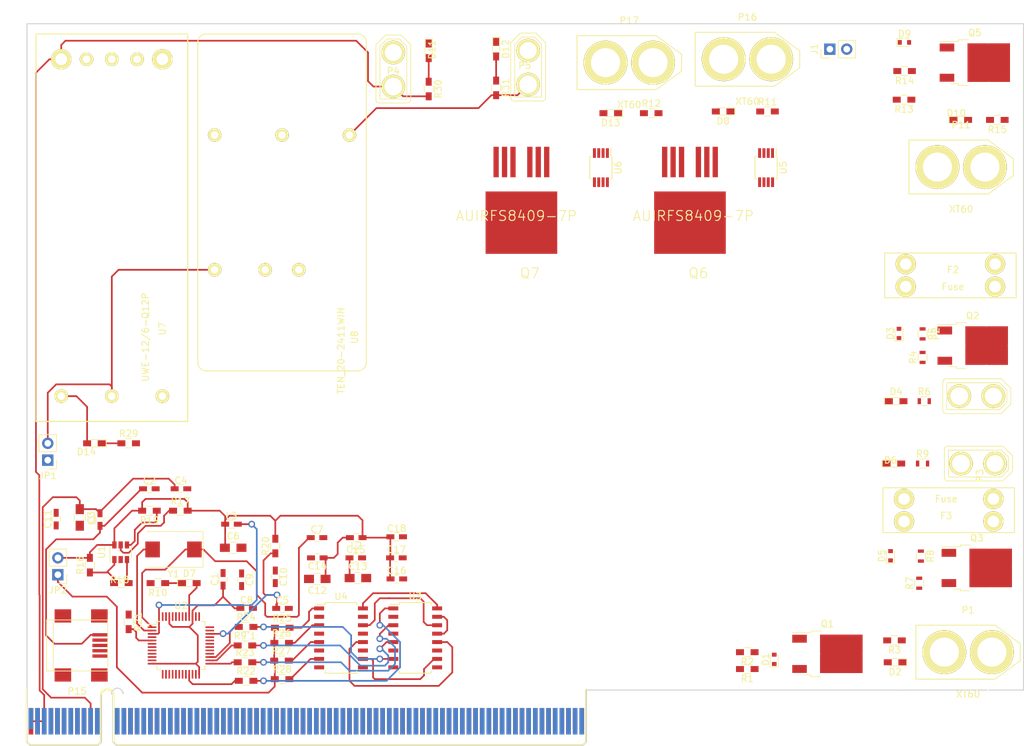
<source format=kicad_pcb>
(kicad_pcb (version 4) (host pcbnew 4.0.7)
  (title_block (title "Power Distributor") (date 2017-04-17) (rev 1.0.1) (company "Zeabus, Kasetsart University"))
  (layers (0 F.Cu signal) (31 B.Cu signal) (34 B.Paste user) (35 F.Paste user) (36 B.SilkS user) (37 F.SilkS user) (38 B.Mask user) (39 F.Mask user) (44 Edge.Cuts user))
  (net 0 "")
  (net 1 GNDD)
  (net 2 +3V3)
  (net 3 "Net-(C2-Pad1)")
  (net 4 VBUS)
  (net 5 "Net-(C5-Pad1)")
  (net 6 "Net-(C7-Pad1)")
  (net 7 "Net-(C9-Pad2)")
  (net 8 "Net-(C10-Pad2)")
  (net 9 "Net-(C11-Pad1)")
  (net 10 "Net-(C12-Pad1)")
  (net 11 "Net-(C13-Pad1)")
  (net 12 +BATT)
  (net 13 GND)
  (net 14 "Net-(CON1-PadA13)")
  (net 15 "Net-(CON1-PadA14)")
  (net 16 "Net-(CON1-PadA16)")
  (net 17 "Net-(CON1-PadA17)")
  (net 18 "Net-(CON1-PadB12)")
  (net 19 /D+)
  (net 20 /D-)
  (net 21 "Net-(CON1-PadB17)")
  (net 22 "Net-(CON1-PadA11)")
  (net 23 "Net-(CON1-PadA1)")
  (net 24 +12V)
  (net 25 GNDREF)
  (net 26 "Net-(CON1-PadA5)")
  (net 27 "Net-(CON1-PadA6)")
  (net 28 "Net-(CON1-PadA7)")
  (net 29 "Net-(CON1-PadA8)")
  (net 30 +5V)
  (net 31 "Net-(CON1-PadB5)")
  (net 32 "Net-(CON1-PadB6)")
  (net 33 "Net-(CON1-PadB9)")
  (net 34 "Net-(CON1-PadB11)")
  (net 35 "Net-(CON1-PadA19)")
  (net 36 "Net-(CON1-PadA20)")
  (net 37 "Net-(CON1-PadA21)")
  (net 38 "Net-(CON1-PadA22)")
  (net 39 "Net-(CON1-PadA23)")
  (net 40 "Net-(CON1-PadA24)")
  (net 41 "Net-(CON1-PadA25)")
  (net 42 "Net-(CON1-PadA26)")
  (net 43 "Net-(CON1-PadA27)")
  (net 44 "Net-(CON1-PadA28)")
  (net 45 "Net-(CON1-PadA29)")
  (net 46 "Net-(CON1-PadA30)")
  (net 47 "Net-(CON1-PadA31)")
  (net 48 "Net-(CON1-PadA32)")
  (net 49 "Net-(CON1-PadB19)")
  (net 50 "Net-(CON1-PadB20)")
  (net 51 "Net-(CON1-PadB21)")
  (net 52 "Net-(CON1-PadB22)")
  (net 53 "Net-(CON1-PadB23)")
  (net 54 "Net-(CON1-PadB24)")
  (net 55 "Net-(CON1-PadB25)")
  (net 56 "Net-(CON1-PadB26)")
  (net 57 "Net-(CON1-PadB27)")
  (net 58 "Net-(CON1-PadB28)")
  (net 59 "Net-(CON1-PadB29)")
  (net 60 "Net-(CON1-PadB30)")
  (net 61 "Net-(CON1-PadB31)")
  (net 62 "Net-(CON1-PadB32)")
  (net 63 "Net-(D1-Pad2)")
  (net 64 "Net-(D2-Pad2)")
  (net 65 "Net-(D3-Pad2)")
  (net 66 "Net-(D4-Pad2)")
  (net 67 "Net-(D5-Pad2)")
  (net 68 "Net-(D6-Pad2)")
  (net 69 "Net-(D8-Pad2)")
  (net 70 "Net-(D9-Pad2)")
  (net 71 "Net-(D10-Pad2)")
  (net 72 "Net-(D11-Pad2)")
  (net 73 "Net-(D12-Pad2)")
  (net 74 "Net-(F2-Pad1)")
  (net 75 "Net-(F2-Pad2)")
  (net 76 "Net-(F3-Pad1)")
  (net 77 "Net-(F3-Pad2)")
  (net 78 /Kill_SW)
  (net 79 "Net-(JP1-Pad2)")
  (net 80 /Power_Controller/D-)
  (net 81 /Power_Controller/D+)
  (net 82 "Net-(P15-Pad4)")
  (net 83 "Net-(Q6-PadG)")
  (net 84 "Net-(Q7-PadG)")
  (net 85 /Power_Controller/SW2_C)
  (net 86 /Power_Controller/SW3_C)
  (net 87 /Power_Controller/SW4_C)
  (net 88 "Net-(R9'1-Pad1)")
  (net 89 "Net-(R9'1-Pad2)")
  (net 90 /Power_Controller/SW1_C)
  (net 91 "Net-(R16-Pad1)")
  (net 92 "Net-(R17-Pad1)")
  (net 93 "Net-(R18-Pad2)")
  (net 94 "Net-(R19-Pad1)")
  (net 95 "Net-(R21-Pad2)")
  (net 96 "Net-(R22-Pad1)")
  (net 97 "Net-(R22-Pad2)")
  (net 98 "Net-(R23-Pad1)")
  (net 99 "Net-(R23-Pad2)")
  (net 100 "Net-(R24-Pad1)")
  (net 101 "Net-(R24-Pad2)")
  (net 102 "Net-(R25-Pad2)")
  (net 103 "Net-(R26-Pad2)")
  (net 104 "Net-(R27-Pad2)")
  (net 105 "Net-(R28-Pad2)")
  (net 106 "Net-(U2-Pad13)")
  (net 107 "Net-(U2-Pad14)")
  (net 108 "Net-(U2-Pad15)")
  (net 109 "Net-(U2-Pad16)")
  (net 110 "Net-(U2-Pad17)")
  (net 111 "Net-(U2-Pad18)")
  (net 112 "Net-(U2-Pad19)")
  (net 113 "Net-(U2-Pad20)")
  (net 114 "Net-(U2-Pad32)")
  (net 115 "Net-(U2-Pad33)")
  (net 116 "Net-(U5-Pad2)")
  (net 117 "Net-(U5-Pad3)")
  (net 118 "Net-(U5-Pad6)")
  (net 119 "Net-(U6-Pad2)")
  (net 120 "Net-(U6-Pad3)")
  (net 121 "Net-(U6-Pad6)")
  (net 122 "Net-(U7-Pad7)")
  (net 123 "Net-(U7-Pad6)")
  (net 124 "Net-(U7-Pad5)")
  (net 125 "Net-(U8-Pad4)")
  (net 126 "Net-(D7-Pad1)")
  (net 127 "Net-(D8-Pad1)")
  (net 128 "Net-(D13-Pad1)")
  (net 129 "Net-(D13-Pad2)")
  (net 130 "Net-(D14-Pad1)")
  (net 131 "Net-(JP2-Pad1)")
  (net 132 "Net-(P1-Pad1)")
  (net 133 "Net-(P11-Pad1)")
  (net 134 "Net-(U2-Pad28)")
  (net 135 "Net-(U2-Pad29)")
  (net 136 "Net-(U2-Pad30)")
  (net 137 "Net-(U2-Pad31)")
  (module zeabus:SO16_4.4x10.3mm_Pitch1.27mm (layer F.Cu) (at 103.886 167.259)
    (fp_text reference U3 (at 0 -6.25) (layer F.SilkS))
    (fp_text value ACPL-247-500E)
    (pad 1 smd rect (at -3.3 -4.445) (size 1.5 0.6) (layers F.Cu F.Paste F.Mask) (net 97 "Net-(R22-Pad2)"))
    (pad 2 smd rect (at -3.3 -3.175) (size 1.5 0.6) (layers F.Cu F.Paste F.Mask) (net 1 GNDD))
    (pad 3 smd rect (at -3.3 -1.905) (size 1.5 0.6) (layers F.Cu F.Paste F.Mask) (net 99 "Net-(R23-Pad2)"))
    (pad 4 smd rect (at -3.3 -0.635) (size 1.5 0.6) (layers F.Cu F.Paste F.Mask) (net 1 GNDD))
    (pad 5 smd rect (at -3.3 0.635) (size 1.5 0.6) (layers F.Cu F.Paste F.Mask) (net 89 "Net-(R9'1-Pad2)"))
    (pad 6 smd rect (at -3.3 1.905) (size 1.5 0.6) (layers F.Cu F.Paste F.Mask) (net 1 GNDD))
    (pad 7 smd rect (at -3.3 3.175) (size 1.5 0.6) (layers F.Cu F.Paste F.Mask) (net 101 "Net-(R24-Pad2)"))
    (pad 8 smd rect (at -3.3 4.445) (size 1.5 0.6) (layers F.Cu F.Paste F.Mask) (net 1 GNDD))
    (pad 9 smd rect (at 3.3 4.445) (size 1.5 0.6) (layers F.Cu F.Paste F.Mask) (net 13 GND))
    (pad 10 smd rect (at 3.3 3.175) (size 1.5 0.6) (layers F.Cu F.Paste F.Mask) (net 87 /Power_Controller/SW4_C))
    (pad 11 smd rect (at 3.3 1.905) (size 1.5 0.6) (layers F.Cu F.Paste F.Mask) (net 13 GND))
    (pad 12 smd rect (at 3.3 0.635) (size 1.5 0.6) (layers F.Cu F.Paste F.Mask) (net 86 /Power_Controller/SW3_C))
    (pad 13 smd rect (at 3.3 -0.635) (size 1.5 0.6) (layers F.Cu F.Paste F.Mask) (net 78 /Kill_SW))
    (pad 14 smd rect (at 3.3 -1.905) (size 1.5 0.6) (layers F.Cu F.Paste F.Mask) (net 85 /Power_Controller/SW2_C))
    (pad 15 smd rect (at 3.3 -3.175) (size 1.5 0.6) (layers F.Cu F.Paste F.Mask) (net 78 /Kill_SW))
    (pad 16 smd rect (at 3.3 -4.445) (size 1.5 0.6) (layers F.Cu F.Paste F.Mask) (net 90 /Power_Controller/SW1_C))
  )
  (module zeabus:SO16_4.4x10.3mm_Pitch1.27mm (layer F.Cu) (at 92.708 167.259)
    (fp_text reference U4 (at 0 -6.25) (layer F.SilkS))
    (fp_text value ACPL-247-500E)
    (pad 1 smd rect (at -3.3 -4.445) (size 1.5 0.6) (layers F.Cu F.Paste F.Mask) (net 102 "Net-(R25-Pad2)"))
    (pad 2 smd rect (at -3.3 -3.175) (size 1.5 0.6) (layers F.Cu F.Paste F.Mask) (net 1 GNDD))
    (pad 3 smd rect (at -3.3 -1.905) (size 1.5 0.6) (layers F.Cu F.Paste F.Mask) (net 103 "Net-(R26-Pad2)"))
    (pad 4 smd rect (at -3.3 -0.635) (size 1.5 0.6) (layers F.Cu F.Paste F.Mask) (net 1 GNDD))
    (pad 5 smd rect (at -3.3 0.635) (size 1.5 0.6) (layers F.Cu F.Paste F.Mask) (net 104 "Net-(R27-Pad2)"))
    (pad 6 smd rect (at -3.3 1.905) (size 1.5 0.6) (layers F.Cu F.Paste F.Mask) (net 1 GNDD))
    (pad 7 smd rect (at -3.3 3.175) (size 1.5 0.6) (layers F.Cu F.Paste F.Mask) (net 105 "Net-(R28-Pad2)"))
    (pad 8 smd rect (at -3.3 4.445) (size 1.5 0.6) (layers F.Cu F.Paste F.Mask) (net 1 GNDD))
    (pad 9 smd rect (at 3.3 4.445) (size 1.5 0.6) (layers F.Cu F.Paste F.Mask) (net 13 GND))
    (pad 10 smd rect (at 3.3 3.175) (size 1.5 0.6) (layers F.Cu F.Paste F.Mask) (net 87 /Power_Controller/SW4_C))
    (pad 11 smd rect (at 3.3 1.905) (size 1.5 0.6) (layers F.Cu F.Paste F.Mask) (net 13 GND))
    (pad 12 smd rect (at 3.3 0.635) (size 1.5 0.6) (layers F.Cu F.Paste F.Mask) (net 86 /Power_Controller/SW3_C))
    (pad 13 smd rect (at 3.3 -0.635) (size 1.5 0.6) (layers F.Cu F.Paste F.Mask) (net 13 GND))
    (pad 14 smd rect (at 3.3 -1.905) (size 1.5 0.6) (layers F.Cu F.Paste F.Mask) (net 85 /Power_Controller/SW2_C))
    (pad 15 smd rect (at 3.3 -3.175) (size 1.5 0.6) (layers F.Cu F.Paste F.Mask) (net 13 GND))
    (pad 16 smd rect (at 3.3 -4.445) (size 1.5 0.6) (layers F.Cu F.Paste F.Mask) (net 90 /Power_Controller/SW1_C))
  )
  (module Resistors_SMD:R_0603_HandSoldering (layer F.Cu) (at 105.918 84.498 270)
    (fp_text reference R30 (at 0 -1.45 270) (layer F.SilkS))
    (fp_text value 1k)
    (pad 1 smd rect (at -1.1 0 270) (size 1.2 0.9) (layers F.Cu F.Paste F.Mask) (net 72 "Net-(D11-Pad2)"))
    (pad 2 smd rect (at 1.1 0 270) (size 1.2 0.9) (layers F.Cu F.Paste F.Mask) (net 24 +12V))
  )
  (module Resistors_SMD:R_0603_HandSoldering (layer F.Cu) (at 116.078 84.328 270)
    (fp_text reference R31 (at 0 -1.45 270) (layer F.SilkS))
    (fp_text value 1k)
    (pad 1 smd rect (at -1.1 0 270) (size 1.2 0.9) (layers F.Cu F.Paste F.Mask) (net 73 "Net-(D12-Pad2)"))
    (pad 2 smd rect (at 1.1 0 270) (size 1.2 0.9) (layers F.Cu F.Paste F.Mask) (net 30 +5V))
  )
  (module Pin_Headers:Pin_Header_Straight_1x02_Pitch2.54mm (layer F.Cu) (at 48.514 140.462 180)
    (fp_text reference JP1 (at 0 -2.33 180) (layer F.SilkS))
    (fp_text value "Main Switch (N.O.)")
    (pad 1 thru_hole rect (at 0 0 180) (size 1.7 1.7) (drill 1) (layers *.Cu *.Mask) (net 13 GND))
    (pad 2 thru_hole oval (at 0 2.54 180) (size 1.7 1.7) (drill 1) (layers *.Cu *.Mask) (net 79 "Net-(JP1-Pad2)"))
  )
  (module LEDs:LED_0603_HandSoldering (layer F.Cu) (at 116.078 78.486 270)
    (fp_text reference D12 (at 0 -1.45 270) (layer F.SilkS))
    (fp_text value Led_Small)
    (pad 1 smd rect (at -1.1 0 270) (size 1.2 0.9) (layers F.Cu F.Paste F.Mask) (net 25 GNDREF))
    (pad 2 smd rect (at 1.1 0 270) (size 1.2 0.9) (layers F.Cu F.Paste F.Mask) (net 73 "Net-(D12-Pad2)"))
  )
  (module zeabus:UWE-xxxx (layer F.Cu) (at 50.546 130.81 90)
    (fp_text reference U7 (at 10.16 15.24 270) (layer F.SilkS))
    (fp_text value UWE-12/6-Q12P (at 8.89 12.7 270) (layer F.SilkS))
    (pad 8 thru_hole circle (at 50.8 0 90) (size 3.048 3.048) (drill 1.7272) (layers *.Cu *.Mask F.SilkS) (net 24 +12V))
    (pad 7 thru_hole circle (at 50.8 3.81 90) (size 2.032 2.032) (drill 1.1176) (layers *.Cu *.Mask F.SilkS) (net 122 "Net-(U7-Pad7)"))
    (pad 6 thru_hole circle (at 50.8 7.62 90) (size 2.032 2.032) (drill 1.1176) (layers *.Cu *.Mask F.SilkS) (net 123 "Net-(U7-Pad6)"))
    (pad 5 thru_hole circle (at 50.8 11.43 90) (size 2.032 2.032) (drill 1.1176) (layers *.Cu *.Mask F.SilkS) (net 124 "Net-(U7-Pad5)"))
    (pad 4 thru_hole circle (at 50.8 15.24 90) (size 3.048 3.048) (drill 1.7272) (layers *.Cu *.Mask F.SilkS) (net 25 GNDREF))
    (pad 3 thru_hole circle (at 0 15.24 90) (size 2.032 2.032) (drill 1.1176) (layers *.Cu *.Mask F.SilkS) (net 13 GND))
    (pad 2 thru_hole circle (at 0 7.62 90) (size 2.032 2.032) (drill 1.1176) (layers *.Cu *.Mask F.SilkS) (net 79 "Net-(JP1-Pad2)"))
    (pad 1 thru_hole circle (at 0 0 90) (size 2.032 2.032) (drill 1.1176) (layers *.Cu *.Mask F.SilkS) (net 12 +BATT))
    (pad 1 thru_hole circle (at 0 0 90) (size 2.032 2.032) (drill 1.1176) (layers *.Cu *.Mask F.SilkS) (net 12 +BATT))
    (pad 2 thru_hole circle (at 0 7.62 90) (size 2.032 2.032) (drill 1.1176) (layers *.Cu *.Mask F.SilkS) (net 79 "Net-(JP1-Pad2)"))
    (pad 3 thru_hole circle (at 0 15.24 90) (size 2.032 2.032) (drill 1.1176) (layers *.Cu *.Mask F.SilkS) (net 13 GND))
    (pad 4 thru_hole circle (at 50.8 15.24 90) (size 3.048 3.048) (drill 1.7272) (layers *.Cu *.Mask F.SilkS) (net 25 GNDREF))
    (pad 5 thru_hole circle (at 50.8 11.43 90) (size 2.032 2.032) (drill 1.1176) (layers *.Cu *.Mask F.SilkS) (net 124 "Net-(U7-Pad5)"))
    (pad 6 thru_hole circle (at 50.8 7.62 90) (size 2.032 2.032) (drill 1.1176) (layers *.Cu *.Mask F.SilkS) (net 123 "Net-(U7-Pad6)"))
    (pad 7 thru_hole circle (at 50.8 3.81 90) (size 2.032 2.032) (drill 1.1176) (layers *.Cu *.Mask F.SilkS) (net 122 "Net-(U7-Pad7)"))
    (pad 8 thru_hole circle (at 50.8 0 90) (size 3.048 3.048) (drill 1.7272) (layers *.Cu *.Mask F.SilkS) (net 24 +12V))
  )
  (module Resistors_SMD:R_0603_HandSoldering (layer F.Cu) (at 65.108 159.004 180)
    (fp_text reference R10 (at 0 -1.45 180) (layer F.SilkS))
    (fp_text value 1k)
    (pad 1 smd rect (at -1.1 0 180) (size 1.2 0.9) (layers F.Cu F.Paste F.Mask) (net 126 "Net-(D7-Pad1)"))
    (pad 2 smd rect (at 1.1 0 180) (size 1.2 0.9) (layers F.Cu F.Paste F.Mask) (net 1 GNDD))
  )
  (module Pin_Headers:Pin_Header_Straight_1x02_Pitch2.54mm (layer F.Cu) (at 166.37 78.486 90)
    (fp_text reference J1 (at 0 -2.33 90) (layer F.SilkS))
    (fp_text value Thruster_Off_Switch)
    (pad 1 thru_hole rect (at 0 0 90) (size 1.7 1.7) (drill 1) (layers *.Cu *.Mask) (net 13 GND))
    (pad 2 thru_hole oval (at 0 2.54 90) (size 1.7 1.7) (drill 1) (layers *.Cu *.Mask) (net 78 /Kill_SW))
  )
  (module LEDs:LED_0603_HandSoldering (layer F.Cu) (at 105.918 78.74 270)
    (fp_text reference D11 (at -0.17 -0.508 270) (layer F.SilkS))
    (fp_text value Led_Small)
    (pad 1 smd rect (at -1.1 0 270) (size 1.2 0.9) (layers F.Cu F.Paste F.Mask) (net 25 GNDREF))
    (pad 2 smd rect (at 1.1 0 270) (size 1.2 0.9) (layers F.Cu F.Paste F.Mask) (net 72 "Net-(D11-Pad2)"))
  )
  (module zeabus:XT30 (layer F.Cu) (at 100.584 81.788)
    (fp_text reference P4 (at 0 0) (layer F.SilkS))
    (fp_text value XT30)
    (pad 2 thru_hole circle (at 0 -2.794) (size 3.556 3.556) (drill 2.54) (layers *.Cu *.Mask F.SilkS) (net 25 GNDREF))
    (pad 1 thru_hole circle (at 0 2.3368) (size 3.556 3.556) (drill 2.6416) (layers *.Cu *.Mask F.SilkS) (net 24 +12V))
  )
  (module zeabus:TEN_20WIN (layer F.Cu) (at 86.36 111.76 90)
    (fp_text reference U8 (at -10.16 8.382 90) (layer F.SilkS))
    (fp_text value TEN_20-2411WIN (at -12.192 6.35 270) (layer F.SilkS))
    (pad 1 thru_hole circle (at 0 0 90) (size 2.032 2.032) (drill 1.1176) (layers *.Cu *.Mask F.SilkS) (net 12 +BATT))
    (pad 2 thru_hole circle (at 0 -5.08 90) (size 2.032 2.032) (drill 1.1176) (layers *.Cu *.Mask F.SilkS) (net 13 GND))
    (pad 3 thru_hole circle (at 20.32 7.62 90) (size 2.032 2.032) (drill 1.1176) (layers *.Cu *.Mask F.SilkS) (net 30 +5V))
    (pad 4 thru_hole circle (at 20.32 -2.54 90) (size 2.032 2.032) (drill 1.1176) (layers *.Cu *.Mask F.SilkS) (net 125 "Net-(U8-Pad4)"))
    (pad 5 thru_hole circle (at 20.32 -12.7 90) (size 2.032 2.032) (drill 1.1176) (layers *.Cu *.Mask F.SilkS) (net 25 GNDREF))
    (pad 6 thru_hole circle (at 0 -12.7 90) (size 2.032 2.032) (drill 1.1176) (layers *.Cu *.Mask F.SilkS) (net 79 "Net-(JP1-Pad2)"))
  )
  (module LEDs:LED_0603_HandSoldering (layer F.Cu) (at 69.85 159.004)
    (fp_text reference D7 (at 0 -1.45) (layer F.SilkS))
    (fp_text value LED_Small)
    (pad 1 smd rect (at -1.1 0) (size 1.2 0.9) (layers F.Cu F.Paste F.Mask) (net 126 "Net-(D7-Pad1)"))
    (pad 2 smd rect (at 1.1 0) (size 1.2 0.9) (layers F.Cu F.Paste F.Mask) (net 4 VBUS))
  )
  (module zeabus:XT30 (layer F.Cu) (at 120.904 81.4832)
    (fp_text reference P5 (at -0.508 -0.508) (layer F.SilkS))
    (fp_text value XT30)
    (pad 2 thru_hole circle (at 0 -2.794) (size 3.556 3.556) (drill 2.54) (layers *.Cu *.Mask F.SilkS) (net 25 GNDREF))
    (pad 1 thru_hole circle (at 0 2.3368) (size 3.556 3.556) (drill 2.6416) (layers *.Cu *.Mask F.SilkS) (net 30 +5V))
  )
  (module Capacitors_SMD:C_0603_HandSoldering (layer F.Cu) (at 74.93 158.43 90)
    (fp_text reference C1 (at 0 -1.25 90) (layer F.SilkS))
    (fp_text value 100nF)
    (pad 1 smd rect (at -0.95 0 90) (size 1.2 0.75) (layers F.Cu F.Paste F.Mask) (net 2 +3V3))
    (pad 2 smd rect (at 0.95 0 90) (size 1.2 0.75) (layers F.Cu F.Paste F.Mask) (net 1 GNDD))
  )
  (module Capacitors_SMD:C_0603_HandSoldering (layer F.Cu) (at 63.82 144.78)
    (fp_text reference C2 (at 0 -1.25) (layer F.SilkS))
    (fp_text value 100nF)
    (pad 1 smd rect (at -0.95 0) (size 1.2 0.75) (layers F.Cu F.Paste F.Mask) (net 3 "Net-(C2-Pad1)"))
    (pad 2 smd rect (at 0.95 0) (size 1.2 0.75) (layers F.Cu F.Paste F.Mask) (net 1 GNDD))
  )
  (module Capacitors_SMD:C_0805_HandSoldering (layer F.Cu) (at 53.34 149.098 270)
    (fp_text reference C3 (at 0 -1.75 270) (layer F.SilkS))
    (fp_text value 4.7uF)
    (pad 1 smd rect (at -1.25 0 270) (size 1.5 1.25) (layers F.Cu F.Paste F.Mask) (net 4 VBUS))
    (pad 2 smd rect (at 1.25 0 270) (size 1.5 1.25) (layers F.Cu F.Paste F.Mask) (net 1 GNDD))
  )
  (module Capacitors_SMD:C_0603_HandSoldering (layer F.Cu) (at 68.586324 144.78)
    (fp_text reference C4 (at 0 -1.25) (layer F.SilkS))
    (fp_text value 100nF)
    (pad 1 smd rect (at -0.95 0) (size 1.2 0.75) (layers F.Cu F.Paste F.Mask) (net 4 VBUS))
    (pad 2 smd rect (at 0.95 0) (size 1.2 0.75) (layers F.Cu F.Paste F.Mask) (net 1 GNDD))
  )
  (module Capacitors_SMD:C_0603_HandSoldering (layer F.Cu) (at 83.886 162.814)
    (fp_text reference C5 (at 0 -1.25) (layer F.SilkS))
    (fp_text value 100nF)
    (pad 1 smd rect (at -0.95 0) (size 1.2 0.75) (layers F.Cu F.Paste F.Mask) (net 5 "Net-(C5-Pad1)"))
    (pad 2 smd rect (at 0.95 0) (size 1.2 0.75) (layers F.Cu F.Paste F.Mask) (net 1 GNDD))
  )
  (module Capacitors_SMD:C_0805_HandSoldering (layer F.Cu) (at 76.454 153.67)
    (fp_text reference C6 (at 0 -1.75) (layer F.SilkS))
    (fp_text value 4.7uF)
    (pad 1 smd rect (at -1.25 0) (size 1.5 1.25) (layers F.Cu F.Paste F.Mask) (net 2 +3V3))
    (pad 2 smd rect (at 1.25 0) (size 1.5 1.25) (layers F.Cu F.Paste F.Mask) (net 1 GNDD))
  )
  (module Capacitors_SMD:C_0603_HandSoldering (layer F.Cu) (at 89.088 152.146)
    (fp_text reference C7 (at 0 -1.25) (layer F.SilkS))
    (fp_text value 27pF)
    (pad 1 smd rect (at -0.95 0) (size 1.2 0.75) (layers F.Cu F.Paste F.Mask) (net 6 "Net-(C7-Pad1)"))
    (pad 2 smd rect (at 0.95 0) (size 1.2 0.75) (layers F.Cu F.Paste F.Mask) (net 1 GNDD))
  )
  (module Capacitors_SMD:C_0603_HandSoldering (layer F.Cu) (at 78.486 162.814)
    (fp_text reference C8 (at 0 -1.25) (layer F.SilkS))
    (fp_text value 100nF)
    (pad 1 smd rect (at -0.95 0) (size 1.2 0.75) (layers F.Cu F.Paste F.Mask) (net 2 +3V3))
    (pad 2 smd rect (at 0.95 0) (size 1.2 0.75) (layers F.Cu F.Paste F.Mask) (net 1 GNDD))
  )
  (module Capacitors_SMD:C_0603_HandSoldering (layer F.Cu) (at 77.724 158.496 270)
    (fp_text reference C9 (at 0 -1.25 270) (layer F.SilkS))
    (fp_text value 100nF)
    (pad 1 smd rect (at -0.95 0 270) (size 1.2 0.75) (layers F.Cu F.Paste F.Mask) (net 1 GNDD))
    (pad 2 smd rect (at 0.95 0 270) (size 1.2 0.75) (layers F.Cu F.Paste F.Mask) (net 7 "Net-(C9-Pad2)"))
  )
  (module Capacitors_SMD:C_0603_HandSoldering (layer F.Cu) (at 82.804 158.054 270)
    (fp_text reference C10 (at 0 -1.25 270) (layer F.SilkS))
    (fp_text value 100nF)
    (pad 1 smd rect (at -0.95 0 270) (size 1.2 0.75) (layers F.Cu F.Paste F.Mask) (net 1 GNDD))
    (pad 2 smd rect (at 0.95 0 270) (size 1.2 0.75) (layers F.Cu F.Paste F.Mask) (net 8 "Net-(C10-Pad2)"))
  )
  (module Capacitors_SMD:C_0603_HandSoldering (layer F.Cu) (at 49.784 149.352 90)
    (fp_text reference C11 (at 0 -1.25 90) (layer F.SilkS))
    (fp_text value 27pF)
    (pad 1 smd rect (at -0.95 0 90) (size 1.2 0.75) (layers F.Cu F.Paste F.Mask) (net 9 "Net-(C11-Pad1)"))
    (pad 2 smd rect (at 0.95 0 90) (size 1.2 0.75) (layers F.Cu F.Paste F.Mask) (net 1 GNDD))
  )
  (module Capacitors_SMD:C_0805_HandSoldering (layer F.Cu) (at 89.1286 158.369 180)
    (fp_text reference C12 (at 0 -1.75 180) (layer F.SilkS))
    (fp_text value 4.7uF)
    (pad 1 smd rect (at -1.25 0 180) (size 1.5 1.25) (layers F.Cu F.Paste F.Mask) (net 10 "Net-(C12-Pad1)"))
    (pad 2 smd rect (at 1.25 0 180) (size 1.5 1.25) (layers F.Cu F.Paste F.Mask) (net 1 GNDD))
  )
  (module Capacitors_SMD:C_0805_HandSoldering (layer F.Cu) (at 95.25 158.242)
    (fp_text reference C13 (at 0 -1.75) (layer F.SilkS))
    (fp_text value 4.7uF)
    (pad 1 smd rect (at -1.25 0) (size 1.5 1.25) (layers F.Cu F.Paste F.Mask) (net 11 "Net-(C13-Pad1)"))
    (pad 2 smd rect (at 1.25 0) (size 1.5 1.25) (layers F.Cu F.Paste F.Mask) (net 1 GNDD))
  )
  (module Capacitors_SMD:C_0603_HandSoldering (layer F.Cu) (at 89.1286 155.194 180)
    (fp_text reference C14 (at 0 -1.25 180) (layer F.SilkS))
    (fp_text value 100nF)
    (pad 1 smd rect (at -0.95 0 180) (size 1.2 0.75) (layers F.Cu F.Paste F.Mask) (net 10 "Net-(C12-Pad1)"))
    (pad 2 smd rect (at 0.95 0 180) (size 1.2 0.75) (layers F.Cu F.Paste F.Mask) (net 1 GNDD))
  )
  (module Capacitors_SMD:C_0603_HandSoldering (layer F.Cu) (at 94.93 155.194)
    (fp_text reference C15 (at 0 -1.25) (layer F.SilkS))
    (fp_text value 100nF)
    (pad 1 smd rect (at -0.95 0) (size 1.2 0.75) (layers F.Cu F.Paste F.Mask) (net 11 "Net-(C13-Pad1)"))
    (pad 2 smd rect (at 0.95 0) (size 1.2 0.75) (layers F.Cu F.Paste F.Mask) (net 1 GNDD))
  )
  (module Capacitors_SMD:C_0603_HandSoldering (layer F.Cu) (at 101.1174 158.369)
    (fp_text reference C16 (at 0 -1.25) (layer F.SilkS))
    (fp_text value 100nF)
    (pad 1 smd rect (at -0.95 0) (size 1.2 0.75) (layers F.Cu F.Paste F.Mask) (net 2 +3V3))
    (pad 2 smd rect (at 0.95 0) (size 1.2 0.75) (layers F.Cu F.Paste F.Mask) (net 1 GNDD))
  )
  (module Capacitors_SMD:C_0603_HandSoldering (layer F.Cu) (at 101.0514 155.194)
    (fp_text reference C17 (at 0 -1.25) (layer F.SilkS))
    (fp_text value 100nF)
    (pad 1 smd rect (at -0.95 0) (size 1.2 0.75) (layers F.Cu F.Paste F.Mask) (net 2 +3V3))
    (pad 2 smd rect (at 0.95 0) (size 1.2 0.75) (layers F.Cu F.Paste F.Mask) (net 1 GNDD))
  )
  (module Capacitors_SMD:C_0603_HandSoldering (layer F.Cu) (at 101.092 152.019)
    (fp_text reference C18 (at 0 -1.25) (layer F.SilkS))
    (fp_text value 100nF)
    (pad 1 smd rect (at -0.95 0) (size 1.2 0.75) (layers F.Cu F.Paste F.Mask) (net 2 +3V3))
    (pad 2 smd rect (at 0.95 0) (size 1.2 0.75) (layers F.Cu F.Paste F.Mask) (net 1 GNDD))
  )
  (module zeabus:pcie-x16-edge (layer F.Cu) (at 57.4802 179.23256)
    (fp_text reference CON1 hide)
    (fp_text value Conn-PCIE-x16 hide)
    (pad A12 smd rect (at 1.50114 0.59944) (size 0.70104 4.0005) (layers B.Cu F.Paste F.Mask) (net 25 GNDREF))
    (pad A13 smd rect (at 2.49936 0.59944) (size 0.70104 4.0005) (layers B.Cu F.Paste F.Mask) (net 14 "Net-(CON1-PadA13)"))
    (pad A14 smd rect (at 3.50012 0.59944) (size 0.70104 4.0005) (layers B.Cu F.Paste F.Mask) (net 15 "Net-(CON1-PadA14)"))
    (pad A15 smd rect (at 4.50088 0.59944) (size 0.70104 4.0005) (layers B.Cu F.Paste F.Mask) (net 25 GNDREF))
    (pad A16 smd rect (at 5.4991 0.59944) (size 0.70104 4.0005) (layers B.Cu F.Paste F.Mask) (net 16 "Net-(CON1-PadA16)"))
    (pad A17 smd rect (at 6.49986 0.59944) (size 0.70104 4.0005) (layers B.Cu F.Paste F.Mask) (net 17 "Net-(CON1-PadA17)"))
    (pad A18 smd rect (at 7.50062 0.59944) (size 0.70104 4.0005) (layers B.Cu F.Paste F.Mask) (net 25 GNDREF))
    (pad B12 smd rect (at 1.50114 0.59944) (size 0.70104 4.0005) (layers F.Cu F.Paste F.Mask) (net 18 "Net-(CON1-PadB12)"))
    (pad B13 smd rect (at 2.49936 0.59944) (size 0.70104 4.0005) (layers F.Cu F.Paste F.Mask) (net 25 GNDREF))
    (pad B14 smd rect (at 3.50012 0.59944) (size 0.70104 4.0005) (layers F.Cu F.Paste F.Mask) (net 19 /D+))
    (pad B15 smd rect (at 4.50088 0.59944) (size 0.70104 4.0005) (layers F.Cu F.Paste F.Mask) (net 20 /D-))
    (pad B16 smd rect (at 5.4991 0.59944) (size 0.70104 4.0005) (layers F.Cu F.Paste F.Mask) (net 1 GNDD))
    (pad B17 smd rect (at 6.49986 0.59944) (size 0.70104 4.0005) (layers F.Cu F.Paste F.Mask) (net 21 "Net-(CON1-PadB17)"))
    (pad B18 smd rect (at 7.50062 0.59944) (size 0.70104 4.0005) (layers F.Cu F.Paste F.Mask) (net 25 GNDREF))
    (pad A11 smd rect (at -1.50114 0.59944) (size 0.70104 4.0005) (layers B.Cu F.Paste F.Mask) (net 22 "Net-(CON1-PadA11)"))
    (pad A1 smd rect (at -11.50112 0.20066) (size 0.70104 3.2004) (layers B.Cu F.Paste F.Mask) (net 23 "Net-(CON1-PadA1)"))
    (pad A2 smd rect (at -10.50036 0.59944) (size 0.70104 4.0005) (layers B.Cu F.Paste F.Mask) (net 24 +12V))
    (pad A3 smd rect (at -9.4996 0.59944) (size 0.70104 4.0005) (layers B.Cu F.Paste F.Mask) (net 12 +BATT))
    (pad A4 smd rect (at -8.49884 0.59944) (size 0.70104 4.0005) (layers B.Cu F.Paste F.Mask) (net 25 GNDREF))
    (pad A5 smd rect (at -7.50062 0.59944) (size 0.70104 4.0005) (layers B.Cu F.Paste F.Mask) (net 26 "Net-(CON1-PadA5)"))
    (pad A6 smd rect (at -6.49986 0.59944) (size 0.70104 4.0005) (layers B.Cu F.Paste F.Mask) (net 27 "Net-(CON1-PadA6)"))
    (pad A7 smd rect (at -5.4991 0.59944) (size 0.70104 4.0005) (layers B.Cu F.Paste F.Mask) (net 28 "Net-(CON1-PadA7)"))
    (pad A8 smd rect (at -4.50088 0.59944) (size 0.70104 4.0005) (layers B.Cu F.Paste F.Mask) (net 29 "Net-(CON1-PadA8)"))
    (pad A9 smd rect (at -3.50012 0.59944) (size 0.70104 4.0005) (layers B.Cu F.Paste F.Mask) (net 30 +5V))
    (pad A10 smd rect (at -2.49936 0.59944) (size 0.70104 4.0005) (layers B.Cu F.Paste F.Mask) (net 30 +5V))
    (pad B1 smd rect (at -11.50112 0.59944) (size 0.70104 4.0005) (layers F.Cu F.Paste F.Mask) (net 24 +12V))
    (pad B2 smd rect (at -10.50036 0.59944) (size 0.70104 4.0005) (layers F.Cu F.Paste F.Mask) (net 24 +12V))
    (pad B3 smd rect (at -9.4996 0.59944) (size 0.70104 4.0005) (layers F.Cu F.Paste F.Mask) (net 24 +12V))
    (pad B4 smd rect (at -8.49884 0.59944) (size 0.70104 4.0005) (layers F.Cu F.Paste F.Mask) (net 25 GNDREF))
    (pad B5 smd rect (at -7.50062 0.59944) (size 0.70104 4.0005) (layers F.Cu F.Paste F.Mask) (net 31 "Net-(CON1-PadB5)"))
    (pad B6 smd rect (at -6.49986 0.59944) (size 0.70104 4.0005) (layers F.Cu F.Paste F.Mask) (net 32 "Net-(CON1-PadB6)"))
    (pad B7 smd rect (at -5.4991 0.59944) (size 0.70104 4.0005) (layers F.Cu F.Paste F.Mask) (net 13 GND))
    (pad B8 smd rect (at -4.50088 0.59944) (size 0.70104 4.0005) (layers F.Cu F.Paste F.Mask) (net 30 +5V))
    (pad B9 smd rect (at -3.50012 0.59944) (size 0.70104 4.0005) (layers F.Cu F.Paste F.Mask) (net 33 "Net-(CON1-PadB9)"))
    (pad B10 smd rect (at -2.49936 0.59944) (size 0.70104 4.0005) (layers F.Cu F.Paste F.Mask) (net 4 VBUS))
    (pad B11 smd rect (at -1.50114 0.59944) (size 0.70104 4.0005) (layers F.Cu F.Paste F.Mask) (net 34 "Net-(CON1-PadB11)"))
    (pad A19 smd rect (at 8.49884 0.59944) (size 0.70104 4.0005) (layers B.Cu F.Paste F.Mask) (net 35 "Net-(CON1-PadA19)"))
    (pad A20 smd rect (at 9.4996 0.59944) (size 0.70104 4.0005) (layers B.Cu F.Paste F.Mask) (net 36 "Net-(CON1-PadA20)"))
    (pad A21 smd rect (at 10.50036 0.59944) (size 0.70104 4.0005) (layers B.Cu F.Paste F.Mask) (net 37 "Net-(CON1-PadA21)"))
    (pad A22 smd rect (at 11.50112 0.59944) (size 0.70104 4.0005) (layers B.Cu F.Paste F.Mask) (net 38 "Net-(CON1-PadA22)"))
    (pad A23 smd rect (at 12.49934 0.59944) (size 0.70104 4.0005) (layers B.Cu F.Paste F.Mask) (net 39 "Net-(CON1-PadA23)"))
    (pad A24 smd rect (at 13.5001 0.59944) (size 0.70104 4.0005) (layers B.Cu F.Paste F.Mask) (net 40 "Net-(CON1-PadA24)"))
    (pad A25 smd rect (at 14.50086 0.59944) (size 0.70104 4.0005) (layers B.Cu F.Paste F.Mask) (net 41 "Net-(CON1-PadA25)"))
    (pad A26 smd rect (at 15.49908 0.59944) (size 0.70104 4.0005) (layers B.Cu F.Paste F.Mask) (net 42 "Net-(CON1-PadA26)"))
    (pad A27 smd rect (at 16.49984 0.59944) (size 0.70104 4.0005) (layers B.Cu F.Paste F.Mask) (net 43 "Net-(CON1-PadA27)"))
    (pad A28 smd rect (at 17.5006 0.59944) (size 0.70104 4.0005) (layers B.Cu F.Paste F.Mask) (net 44 "Net-(CON1-PadA28)"))
    (pad A29 smd rect (at 18.49882 0.59944) (size 0.70104 4.0005) (layers B.Cu F.Paste F.Mask) (net 45 "Net-(CON1-PadA29)"))
    (pad A30 smd rect (at 19.49958 0.59944) (size 0.70104 4.0005) (layers B.Cu F.Paste F.Mask) (net 46 "Net-(CON1-PadA30)"))
    (pad A31 smd rect (at 20.50034 0.59944) (size 0.70104 4.0005) (layers B.Cu F.Paste F.Mask) (net 47 "Net-(CON1-PadA31)"))
    (pad A32 smd rect (at 21.5011 0.59944) (size 0.70104 4.0005) (layers B.Cu F.Paste F.Mask) (net 48 "Net-(CON1-PadA32)"))
    (pad B19 smd rect (at 8.49884 0.59944) (size 0.70104 4.0005) (layers F.Cu F.Paste F.Mask) (net 49 "Net-(CON1-PadB19)"))
    (pad B20 smd rect (at 9.4996 0.59944) (size 0.70104 4.0005) (layers F.Cu F.Paste F.Mask) (net 50 "Net-(CON1-PadB20)"))
    (pad B21 smd rect (at 10.50036 0.59944) (size 0.70104 4.0005) (layers F.Cu F.Paste F.Mask) (net 51 "Net-(CON1-PadB21)"))
    (pad B22 smd rect (at 11.50112 0.59944) (size 0.70104 4.0005) (layers F.Cu F.Paste F.Mask) (net 52 "Net-(CON1-PadB22)"))
    (pad B23 smd rect (at 12.49934 0.59944) (size 0.70104 4.0005) (layers F.Cu F.Paste F.Mask) (net 53 "Net-(CON1-PadB23)"))
    (pad B24 smd rect (at 13.5001 0.59944) (size 0.70104 4.0005) (layers F.Cu F.Paste F.Mask) (net 54 "Net-(CON1-PadB24)"))
    (pad B25 smd rect (at 14.50086 0.59944) (size 0.70104 4.0005) (layers F.Cu F.Paste F.Mask) (net 55 "Net-(CON1-PadB25)"))
    (pad B26 smd rect (at 15.49908 0.59944) (size 0.70104 4.0005) (layers F.Cu F.Paste F.Mask) (net 56 "Net-(CON1-PadB26)"))
    (pad B27 smd rect (at 16.49984 0.59944) (size 0.70104 4.0005) (layers F.Cu F.Paste F.Mask) (net 57 "Net-(CON1-PadB27)"))
    (pad B28 smd rect (at 17.5006 0.59944) (size 0.70104 4.0005) (layers F.Cu F.Paste F.Mask) (net 58 "Net-(CON1-PadB28)"))
    (pad B29 smd rect (at 18.49882 0.59944) (size 0.70104 4.0005) (layers F.Cu F.Paste F.Mask) (net 59 "Net-(CON1-PadB29)"))
    (pad B30 smd rect (at 19.49958 0.59944) (size 0.70104 4.0005) (layers F.Cu F.Paste F.Mask) (net 60 "Net-(CON1-PadB30)"))
    (pad B31 smd rect (at 20.50034 0.59944) (size 0.70104 4.0005) (layers F.Cu F.Paste F.Mask) (net 61 "Net-(CON1-PadB31)"))
    (pad B32 smd rect (at 21.5011 0.59944) (size 0.70104 4.0005) (layers F.Cu F.Paste F.Mask) (net 62 "Net-(CON1-PadB32)"))
    (pad B33 smd rect (at 22.49932 0.59944) (size 0.70104 4.0005) (layers F.Cu F.Paste F.Mask))
    (pad B34 smd rect (at 23.50008 0.59944) (size 0.70104 4.0005) (layers F.Cu F.Paste F.Mask))
    (pad B35 smd rect (at 24.50084 0.59944) (size 0.70104 4.0005) (layers F.Cu F.Paste F.Mask))
    (pad B36 smd rect (at 25.49906 0.59944) (size 0.70104 4.0005) (layers F.Cu F.Paste F.Mask))
    (pad B37 smd rect (at 26.49982 0.59944) (size 0.70104 4.0005) (layers F.Cu F.Paste F.Mask))
    (pad B38 smd rect (at 27.50058 0.59944) (size 0.70104 4.0005) (layers F.Cu F.Paste F.Mask))
    (pad B39 smd rect (at 28.4988 0.59944) (size 0.70104 4.0005) (layers F.Cu F.Paste F.Mask))
    (pad B40 smd rect (at 29.49956 0.59944) (size 0.70104 4.0005) (layers F.Cu F.Paste F.Mask))
    (pad B41 smd rect (at 30.50032 0.59944) (size 0.70104 4.0005) (layers F.Cu F.Paste F.Mask))
    (pad B42 smd rect (at 31.50108 0.59944) (size 0.70104 4.0005) (layers F.Cu F.Paste F.Mask))
    (pad B43 smd rect (at 32.4993 0.59944) (size 0.70104 4.0005) (layers F.Cu F.Paste F.Mask))
    (pad B44 smd rect (at 33.50006 0.59944) (size 0.70104 4.0005) (layers F.Cu F.Paste F.Mask))
    (pad B45 smd rect (at 34.50082 0.59944) (size 0.70104 4.0005) (layers F.Cu F.Paste F.Mask))
    (pad B46 smd rect (at 35.49904 0.59944) (size 0.70104 4.0005) (layers F.Cu F.Paste F.Mask))
    (pad B47 smd rect (at 36.4998 0.59944) (size 0.70104 4.0005) (layers F.Cu F.Paste F.Mask))
    (pad B48 smd rect (at 37.50056 0.59944) (size 0.70104 4.0005) (layers F.Cu F.Paste F.Mask))
    (pad B49 smd rect (at 38.49878 0.59944) (size 0.70104 4.0005) (layers F.Cu F.Paste F.Mask))
    (pad A33 smd rect (at 22.49932 0.59944) (size 0.70104 4.0005) (layers B.Cu F.Paste F.Mask))
    (pad A34 smd rect (at 23.50008 0.59944) (size 0.70104 4.0005) (layers B.Cu F.Paste F.Mask))
    (pad A35 smd rect (at 24.50084 0.59944) (size 0.70104 4.0005) (layers B.Cu F.Paste F.Mask))
    (pad A36 smd rect (at 25.49906 0.59944) (size 0.70104 4.0005) (layers B.Cu F.Paste F.Mask))
    (pad A37 smd rect (at 26.49982 0.59944) (size 0.70104 4.0005) (layers B.Cu F.Paste F.Mask))
    (pad A38 smd rect (at 27.50058 0.59944) (size 0.70104 4.0005) (layers B.Cu F.Paste F.Mask))
    (pad A39 smd rect (at 28.4988 0.59944) (size 0.70104 4.0005) (layers B.Cu F.Paste F.Mask))
    (pad A40 smd rect (at 29.49956 0.59944) (size 0.70104 4.0005) (layers B.Cu F.Paste F.Mask))
    (pad A41 smd rect (at 30.50032 0.59944) (size 0.70104 4.0005) (layers B.Cu F.Paste F.Mask))
    (pad A42 smd rect (at 31.50108 0.59944) (size 0.70104 4.0005) (layers B.Cu F.Paste F.Mask))
    (pad A43 smd rect (at 32.4993 0.59944) (size 0.70104 4.0005) (layers B.Cu F.Paste F.Mask))
    (pad A44 smd rect (at 33.50006 0.59944) (size 0.70104 4.0005) (layers B.Cu F.Paste F.Mask))
    (pad A45 smd rect (at 34.50082 0.59944) (size 0.70104 4.0005) (layers B.Cu F.Paste F.Mask))
    (pad A46 smd rect (at 35.49904 0.59944) (size 0.70104 4.0005) (layers B.Cu F.Paste F.Mask))
    (pad A47 smd rect (at 36.4998 0.59944) (size 0.70104 4.0005) (layers B.Cu F.Paste F.Mask))
    (pad A48 smd rect (at 37.50056 0.59944) (size 0.70104 4.0005) (layers B.Cu F.Paste F.Mask))
    (pad A49 smd rect (at 38.49878 0.59944) (size 0.70104 4.0005) (layers B.Cu F.Paste F.Mask))
    (pad A50 smd rect (at 39.49954 0.59944) (size 0.70104 4.0005) (layers B.Cu F.Paste F.Mask))
    (pad A51 smd rect (at 40.5003 0.59944) (size 0.70104 4.0005) (layers B.Cu F.Paste F.Mask))
    (pad A52 smd rect (at 41.50106 0.59944) (size 0.70104 4.0005) (layers B.Cu F.Paste F.Mask))
    (pad A53 smd rect (at 42.49928 0.59944) (size 0.70104 4.0005) (layers B.Cu F.Paste F.Mask))
    (pad A54 smd rect (at 43.50004 0.59944) (size 0.70104 4.0005) (layers B.Cu F.Paste F.Mask))
    (pad A55 smd rect (at 44.5008 0.59944) (size 0.70104 4.0005) (layers B.Cu F.Paste F.Mask))
    (pad A56 smd rect (at 45.49902 0.59944) (size 0.70104 4.0005) (layers B.Cu F.Paste F.Mask))
    (pad A57 smd rect (at 46.49978 0.59944) (size 0.70104 4.0005) (layers B.Cu F.Paste F.Mask))
    (pad A58 smd rect (at 47.50054 0.59944) (size 0.70104 4.0005) (layers B.Cu F.Paste F.Mask))
    (pad A59 smd rect (at 48.49876 0.59944) (size 0.70104 4.0005) (layers B.Cu F.Paste F.Mask))
    (pad A60 smd rect (at 49.49952 0.59944) (size 0.70104 4.0005) (layers B.Cu F.Paste F.Mask))
    (pad A61 smd rect (at 50.50028 0.59944) (size 0.70104 4.0005) (layers B.Cu F.Paste F.Mask))
    (pad A62 smd rect (at 51.50104 0.59944) (size 0.70104 4.0005) (layers B.Cu F.Paste F.Mask))
    (pad A63 smd rect (at 52.49926 0.59944) (size 0.70104 4.0005) (layers B.Cu F.Paste F.Mask))
    (pad A64 smd rect (at 53.50002 0.59944) (size 0.70104 4.0005) (layers B.Cu F.Paste F.Mask))
    (pad A65 smd rect (at 54.50078 0.59944) (size 0.70104 4.0005) (layers B.Cu F.Paste F.Mask))
    (pad A66 smd rect (at 55.499 0.59944) (size 0.70104 4.0005) (layers B.Cu F.Paste F.Mask))
    (pad A67 smd rect (at 56.49976 0.59944) (size 0.70104 4.0005) (layers B.Cu F.Paste F.Mask))
    (pad A68 smd rect (at 57.50052 0.59944) (size 0.70104 4.0005) (layers B.Cu F.Paste F.Mask))
    (pad A69 smd rect (at 58.49874 0.59944) (size 0.70104 4.0005) (layers B.Cu F.Paste F.Mask))
    (pad A70 smd rect (at 59.4995 0.59944) (size 0.70104 4.0005) (layers B.Cu F.Paste F.Mask))
    (pad A71 smd rect (at 60.50026 0.59944) (size 0.70104 4.0005) (layers B.Cu F.Paste F.Mask))
    (pad A72 smd rect (at 61.50102 0.59944) (size 0.70104 4.0005) (layers B.Cu F.Paste F.Mask))
    (pad A73 smd rect (at 62.49924 0.59944) (size 0.70104 4.0005) (layers B.Cu F.Paste F.Mask))
    (pad A74 smd rect (at 63.5 0.59944) (size 0.70104 4.0005) (layers B.Cu F.Paste F.Mask))
    (pad A75 smd rect (at 64.50076 0.59944) (size 0.70104 4.0005) (layers B.Cu F.Paste F.Mask))
    (pad A76 smd rect (at 65.49898 0.59944) (size 0.70104 4.0005) (layers B.Cu F.Paste F.Mask))
    (pad A77 smd rect (at 66.49974 0.59944) (size 0.70104 4.0005) (layers B.Cu F.Paste F.Mask))
    (pad A78 smd rect (at 67.5005 0.59944) (size 0.70104 4.0005) (layers B.Cu F.Paste F.Mask))
    (pad A79 smd rect (at 68.50126 0.59944) (size 0.70104 4.0005) (layers B.Cu F.Paste F.Mask))
    (pad A80 smd rect (at 69.49948 0.59944) (size 0.70104 4.0005) (layers B.Cu F.Paste F.Mask))
    (pad A81 smd rect (at 70.50024 0.59944) (size 0.70104 4.0005) (layers B.Cu F.Paste F.Mask))
    (pad A82 smd rect (at 71.501 0.59944) (size 0.70104 4.0005) (layers B.Cu F.Paste F.Mask))
    (pad B50 smd rect (at 39.49954 0.59944) (size 0.70104 4.0005) (layers F.Cu F.Paste F.Mask))
    (pad B51 smd rect (at 40.5003 0.59944) (size 0.70104 4.0005) (layers F.Cu F.Paste F.Mask))
    (pad B52 smd rect (at 41.50106 0.59944) (size 0.70104 4.0005) (layers F.Cu F.Paste F.Mask))
    (pad B53 smd rect (at 42.49928 0.59944) (size 0.70104 4.0005) (layers F.Cu F.Paste F.Mask))
    (pad B54 smd rect (at 43.50004 0.59944) (size 0.70104 4.0005) (layers F.Cu F.Paste F.Mask))
    (pad B55 smd rect (at 44.5008 0.59944) (size 0.70104 4.0005) (layers F.Cu F.Paste F.Mask))
    (pad B56 smd rect (at 45.49902 0.59944) (size 0.70104 4.0005) (layers F.Cu F.Paste F.Mask))
    (pad B57 smd rect (at 46.49978 0.59944) (size 0.70104 4.0005) (layers F.Cu F.Paste F.Mask))
    (pad B58 smd rect (at 47.50054 0.59944) (size 0.70104 4.0005) (layers F.Cu F.Paste F.Mask))
    (pad B59 smd rect (at 48.49876 0.59944) (size 0.70104 4.0005) (layers F.Cu F.Paste F.Mask))
    (pad B60 smd rect (at 49.49952 0.59944) (size 0.70104 4.0005) (layers F.Cu F.Paste F.Mask))
    (pad B61 smd rect (at 50.50028 0.59944) (size 0.70104 4.0005) (layers F.Cu F.Paste F.Mask))
    (pad B62 smd rect (at 51.50104 0.59944) (size 0.70104 4.0005) (layers F.Cu F.Paste F.Mask))
    (pad B63 smd rect (at 52.49926 0.59944) (size 0.70104 4.0005) (layers F.Cu F.Paste F.Mask))
    (pad B64 smd rect (at 53.50002 0.59944) (size 0.70104 4.0005) (layers F.Cu F.Paste F.Mask))
    (pad B65 smd rect (at 54.50078 0.59944) (size 0.70104 4.0005) (layers F.Cu F.Paste F.Mask))
    (pad B66 smd rect (at 55.499 0.59944) (size 0.70104 4.0005) (layers F.Cu F.Paste F.Mask))
    (pad B67 smd rect (at 56.49976 0.59944) (size 0.70104 4.0005) (layers F.Cu F.Paste F.Mask))
    (pad B68 smd rect (at 57.50052 0.59944) (size 0.70104 4.0005) (layers F.Cu F.Paste F.Mask))
    (pad B69 smd rect (at 58.49874 0.59944) (size 0.70104 4.0005) (layers F.Cu F.Paste F.Mask))
    (pad B70 smd rect (at 59.4995 0.59944) (size 0.70104 4.0005) (layers F.Cu F.Paste F.Mask))
    (pad B71 smd rect (at 60.50026 0.59944) (size 0.70104 4.0005) (layers F.Cu F.Paste F.Mask))
    (pad B72 smd rect (at 61.50102 0.59944) (size 0.70104 4.0005) (layers F.Cu F.Paste F.Mask))
    (pad B73 smd rect (at 62.49924 0.59944) (size 0.70104 4.0005) (layers F.Cu F.Paste F.Mask))
    (pad B74 smd rect (at 63.5 0.59944) (size 0.70104 4.0005) (layers F.Cu F.Paste F.Mask))
    (pad B75 smd rect (at 64.50076 0.59944) (size 0.70104 4.0005) (layers F.Cu F.Paste F.Mask))
    (pad B76 smd rect (at 65.49898 0.59944) (size 0.70104 4.0005) (layers F.Cu F.Paste F.Mask))
    (pad B77 smd rect (at 66.49974 0.59944) (size 0.70104 4.0005) (layers F.Cu F.Paste F.Mask))
    (pad B78 smd rect (at 67.5005 0.59944) (size 0.70104 4.0005) (layers F.Cu F.Paste F.Mask))
    (pad B79 smd rect (at 68.50126 0.59944) (size 0.70104 4.0005) (layers F.Cu F.Paste F.Mask))
    (pad B80 smd rect (at 69.49948 0.59944) (size 0.70104 4.0005) (layers F.Cu F.Paste F.Mask))
    (pad B81 smd rect (at 70.50024 0.20066) (size 0.70104 3.2004) (layers F.Cu F.Paste F.Mask))
    (pad B82 smd rect (at 71.501 0.59944) (size 0.70104 4.0005) (layers F.Cu F.Paste F.Mask))
  )
  (module Diodes_SMD:D_SOD-523 (layer F.Cu) (at 157.988 170.496 90)
    (fp_text reference D1 (at 0 -1.3 90) (layer F.SilkS))
    (fp_text value BZX585-C12)
    (pad 2 smd rect (at 0.7 0 270) (size 0.6 0.7) (layers F.Cu F.Paste F.Mask) (net 63 "Net-(D1-Pad2)"))
    (pad 1 smd rect (at -0.7 0 270) (size 0.6 0.7) (layers F.Cu F.Paste F.Mask) (net 12 +BATT))
  )
  (module LEDs:LED_0603_HandSoldering (layer F.Cu) (at 176.192 170.942 180)
    (fp_text reference D2 (at 0 -1.45 180) (layer F.SilkS))
    (fp_text value LED_Small)
    (pad 1 smd rect (at -1.1 0 180) (size 1.2 0.9) (layers F.Cu F.Paste F.Mask) (net 13 GND))
    (pad 2 smd rect (at 1.1 0 180) (size 1.2 0.9) (layers F.Cu F.Paste F.Mask) (net 64 "Net-(D2-Pad2)"))
  )
  (module Diodes_SMD:D_SOD-523 (layer F.Cu) (at 176.784 121.35 90)
    (fp_text reference D3 (at 0 -1.3 90) (layer F.SilkS))
    (fp_text value BZX585-C12)
    (pad 2 smd rect (at 0.7 0 270) (size 0.6 0.7) (layers F.Cu F.Paste F.Mask) (net 65 "Net-(D3-Pad2)"))
    (pad 1 smd rect (at -0.7 0 270) (size 0.6 0.7) (layers F.Cu F.Paste F.Mask) (net 12 +BATT))
  )
  (module LEDs:LED_0603_HandSoldering (layer F.Cu) (at 176.36 131.572)
    (fp_text reference D4 (at 0 -1.45) (layer F.SilkS))
    (fp_text value LED_Small)
    (pad 1 smd rect (at -1.1 0) (size 1.2 0.9) (layers F.Cu F.Paste F.Mask) (net 13 GND))
    (pad 2 smd rect (at 1.1 0) (size 1.2 0.9) (layers F.Cu F.Paste F.Mask) (net 66 "Net-(D4-Pad2)"))
  )
  (module Diodes_SMD:D_SOD-523 (layer F.Cu) (at 175.514 154.878 90)
    (fp_text reference D5 (at 0 -1.3 90) (layer F.SilkS))
    (fp_text value BZX585-C12)
    (pad 2 smd rect (at 0.7 0 270) (size 0.6 0.7) (layers F.Cu F.Paste F.Mask) (net 67 "Net-(D5-Pad2)"))
    (pad 1 smd rect (at -0.7 0 270) (size 0.6 0.7) (layers F.Cu F.Paste F.Mask) (net 12 +BATT))
  )
  (module LEDs:LED_0603_HandSoldering (layer F.Cu) (at 176.022 140.97)
    (fp_text reference D6 (at -0.508 -0.508) (layer F.SilkS))
    (fp_text value LED_Small)
    (pad 1 smd rect (at -1.1 0) (size 1.2 0.9) (layers F.Cu F.Paste F.Mask) (net 13 GND))
    (pad 2 smd rect (at 1.1 0) (size 1.2 0.9) (layers F.Cu F.Paste F.Mask) (net 68 "Net-(D6-Pad2)"))
  )
  (module LEDs:LED_0603_HandSoldering (layer F.Cu) (at 150.284 87.884 180)
    (fp_text reference D8 (at 0 -1.45 180) (layer F.SilkS))
    (fp_text value LED_Small)
    (pad 1 smd rect (at -1.1 0 180) (size 1.2 0.9) (layers F.Cu F.Paste F.Mask) (net 127 "Net-(D8-Pad1)"))
    (pad 2 smd rect (at 1.1 0 180) (size 1.2 0.9) (layers F.Cu F.Paste F.Mask) (net 69 "Net-(D8-Pad2)"))
  )
  (module Diodes_SMD:D_SOD-523 (layer F.Cu) (at 177.608 77.47)
    (fp_text reference D9 (at 0 -1.3) (layer F.SilkS))
    (fp_text value BZX585-C12)
    (pad 2 smd rect (at 0.7 0 180) (size 0.6 0.7) (layers F.Cu F.Paste F.Mask) (net 70 "Net-(D9-Pad2)"))
    (pad 1 smd rect (at -0.7 0 180) (size 0.6 0.7) (layers F.Cu F.Paste F.Mask) (net 12 +BATT))
  )
  (module LEDs:LED_0603_HandSoldering (layer F.Cu) (at 186.098 89.154)
    (fp_text reference D10 (at -0.678 -1.016) (layer F.SilkS))
    (fp_text value LED_Small)
    (pad 1 smd rect (at -1.1 0) (size 1.2 0.9) (layers F.Cu F.Paste F.Mask) (net 13 GND))
    (pad 2 smd rect (at 1.1 0) (size 1.2 0.9) (layers F.Cu F.Paste F.Mask) (net 71 "Net-(D10-Pad2)"))
  )
  (module LEDs:LED_0603_HandSoldering (layer F.Cu) (at 133.35 88.138 180)
    (fp_text reference D13 (at 0 -1.45 180) (layer F.SilkS))
    (fp_text value LED_Small)
    (pad 1 smd rect (at -1.1 0 180) (size 1.2 0.9) (layers F.Cu F.Paste F.Mask) (net 128 "Net-(D13-Pad1)"))
    (pad 2 smd rect (at 1.1 0 180) (size 1.2 0.9) (layers F.Cu F.Paste F.Mask) (net 129 "Net-(D13-Pad2)"))
  )
  (module LEDs:LED_0603_HandSoldering (layer F.Cu) (at 55.542 137.922 180)
    (fp_text reference D14 (at 1.198657 -1.2912 180) (layer F.SilkS))
    (fp_text value LED_Small)
    (pad 1 smd rect (at -1.1 0 180) (size 1.2 0.9) (layers F.Cu F.Paste F.Mask) (net 130 "Net-(D14-Pad1)"))
    (pad 2 smd rect (at 1.1 0 180) (size 1.2 0.9) (layers F.Cu F.Paste F.Mask) (net 12 +BATT))
  )
  (module zeabus:FUSE_AUTO (layer F.Cu) (at 191.262 114.3 180)
    (fp_text reference F2 (at 6.35 2.54 180) (layer F.SilkS))
    (fp_text value Fuse (at 6.35 0 180) (layer F.SilkS))
    (pad 1 thru_hole circle (at 0 0 180) (size 3.048 3.048) (drill 1.7272) (layers *.Cu *.Mask F.SilkS) (net 74 "Net-(F2-Pad1)"))
    (pad 1 thru_hole circle (at 0 3.4036 180) (size 3.048 3.048) (drill 1.7272) (layers *.Cu *.Mask F.SilkS) (net 74 "Net-(F2-Pad1)"))
    (pad 2 thru_hole circle (at 13.462 3.4036 180) (size 3.048 3.048) (drill 1.7272) (layers *.Cu *.Mask F.SilkS) (net 75 "Net-(F2-Pad2)"))
    (pad 2 thru_hole circle (at 13.462 0 180) (size 3.048 3.048) (drill 1.7272) (layers *.Cu *.Mask F.SilkS) (net 75 "Net-(F2-Pad2)"))
  )
  (module zeabus:FUSE_AUTO (layer F.Cu) (at 177.546 146.304)
    (fp_text reference F3 (at 6.35 2.54) (layer F.SilkS))
    (fp_text value Fuse (at 6.35 0) (layer F.SilkS))
    (pad 1 thru_hole circle (at 0 0) (size 3.048 3.048) (drill 1.7272) (layers *.Cu *.Mask F.SilkS) (net 76 "Net-(F3-Pad1)"))
    (pad 1 thru_hole circle (at 0 3.4036) (size 3.048 3.048) (drill 1.7272) (layers *.Cu *.Mask F.SilkS) (net 76 "Net-(F3-Pad1)"))
    (pad 2 thru_hole circle (at 13.462 3.4036) (size 3.048 3.048) (drill 1.7272) (layers *.Cu *.Mask F.SilkS) (net 77 "Net-(F3-Pad2)"))
    (pad 2 thru_hole circle (at 13.462 0) (size 3.048 3.048) (drill 1.7272) (layers *.Cu *.Mask F.SilkS) (net 77 "Net-(F3-Pad2)"))
  )
  (module Pin_Headers:Pin_Header_Straight_1x02_Pitch2.54mm (layer F.Cu) (at 50.038 157.734 180)
    (fp_text reference JP2 (at 0 -2.33 180) (layer F.SilkS))
    (fp_text value Jumper)
    (pad 1 thru_hole rect (at 0 0 180) (size 1.7 1.7) (drill 1) (layers *.Cu *.Mask) (net 131 "Net-(JP2-Pad1)"))
    (pad 2 thru_hole oval (at 0 2.54 180) (size 1.7 1.7) (drill 1) (layers *.Cu *.Mask) (net 2 +3V3))
  )
  (module Capacitors_SMD:C_0603_HandSoldering (layer F.Cu) (at 56.388 149.418 90)
    (fp_text reference L1 (at 0 -1.25 90) (layer F.SilkS))
    (fp_text value "600R 500mA")
    (pad 1 smd rect (at -0.95 0 90) (size 1.2 0.75) (layers F.Cu F.Paste F.Mask) (net 3 "Net-(C2-Pad1)"))
    (pad 2 smd rect (at 0.95 0 90) (size 1.2 0.75) (layers F.Cu F.Paste F.Mask) (net 4 VBUS))
  )
  (module Capacitors_SMD:C_0603_HandSoldering (layer F.Cu) (at 94.996 152.146 180)
    (fp_text reference L2 (at 0 -1.25 180) (layer F.SilkS))
    (fp_text value "600R 500mA")
    (pad 1 smd rect (at -0.95 0 180) (size 1.2 0.75) (layers F.Cu F.Paste F.Mask) (net 2 +3V3))
    (pad 2 smd rect (at 0.95 0 180) (size 1.2 0.75) (layers F.Cu F.Paste F.Mask) (net 10 "Net-(C12-Pad1)"))
  )
  (module Capacitors_SMD:C_0603_HandSoldering (layer F.Cu) (at 76.2 150.114)
    (fp_text reference L3 (at 0 -1.25) (layer F.SilkS))
    (fp_text value "600R 500mA")
    (pad 1 smd rect (at -0.95 0) (size 1.2 0.75) (layers F.Cu F.Paste F.Mask) (net 2 +3V3))
    (pad 2 smd rect (at 0.95 0) (size 1.2 0.75) (layers F.Cu F.Paste F.Mask) (net 11 "Net-(C13-Pad1)"))
  )
  (module zeabus:XT60 (layer F.Cu) (at 187.198 169.418)
    (fp_text reference P1 (at 0 -6.35) (layer F.SilkS))
    (fp_text value XT60 (at 0 6.35) (layer F.SilkS))
    (pad 1 thru_hole circle (at -3.5814 0) (size 6.604 6.604) (drill 4.3688) (layers *.Cu *.Mask F.SilkS) (net 132 "Net-(P1-Pad1)"))
    (pad 2 thru_hole circle (at 3.5814 0) (size 6.604 6.604) (drill 4.3688) (layers *.Cu *.Mask F.SilkS) (net 13 GND))
  )
  (module zeabus:XT30 (layer F.Cu) (at 188.214 130.81 270)
    (fp_text reference P2 (at -9.398 5.842 270) (layer F.SilkS))
    (fp_text value XT30)
    (pad 2 thru_hole circle (at 0 -2.794 270) (size 3.556 3.556) (drill 2.54) (layers *.Cu *.Mask F.SilkS) (net 13 GND))
    (pad 1 thru_hole circle (at 0 2.3368 270) (size 3.556 3.556) (drill 2.6416) (layers *.Cu *.Mask F.SilkS) (net 75 "Net-(F2-Pad2)"))
  )
  (module zeabus:XT30 (layer F.Cu) (at 188.468 140.97 270)
    (fp_text reference P3 (at 1.778 -0.508 270) (layer F.SilkS))
    (fp_text value XT30)
    (pad 2 thru_hole circle (at 0 -2.794 270) (size 3.556 3.556) (drill 2.54) (layers *.Cu *.Mask F.SilkS) (net 13 GND))
    (pad 1 thru_hole circle (at 0 2.3368 270) (size 3.556 3.556) (drill 2.6416) (layers *.Cu *.Mask F.SilkS) (net 77 "Net-(F3-Pad2)"))
  )
  (module zeabus:XT60 (layer F.Cu) (at 186.1566 96.266)
    (fp_text reference P11 (at 0 -6.35) (layer F.SilkS))
    (fp_text value XT60 (at 0 6.35) (layer F.SilkS))
    (pad 1 thru_hole circle (at -3.5814 0) (size 6.604 6.604) (drill 4.3688) (layers *.Cu *.Mask F.SilkS) (net 133 "Net-(P11-Pad1)"))
    (pad 2 thru_hole circle (at 3.5814 0) (size 6.604 6.604) (drill 4.3688) (layers *.Cu *.Mask F.SilkS) (net 13 GND))
  )
  (module Connectors:USB_Mini-B (layer F.Cu) (at 53.594 168.402)
    (fp_text reference P15 (at -0.65 6.9) (layer F.SilkS))
    (fp_text value USB_B)
    (pad 1 smd rect (at 2.8 -1.6) (size 2.3 0.5) (layers F.Cu F.Paste F.Mask) (net 3 "Net-(C2-Pad1)"))
    (pad 2 smd rect (at 2.8 -0.8) (size 2.3 0.5) (layers F.Cu F.Paste F.Mask) (net 80 /Power_Controller/D-))
    (pad 3 smd rect (at 2.8 0) (size 2.3 0.5) (layers F.Cu F.Paste F.Mask) (net 81 /Power_Controller/D+))
    (pad 4 smd rect (at 2.8 0.8) (size 2.3 0.5) (layers F.Cu F.Paste F.Mask) (net 82 "Net-(P15-Pad4)"))
    (pad 5 smd rect (at 2.8 1.6) (size 2.3 0.5) (layers F.Cu F.Paste F.Mask) (net 1 GNDD))
    (pad 6 smd rect (at 2.7 -4.45) (size 2.5 2) (layers F.Cu F.Paste F.Mask) (net 1 GNDD))
    (pad 6 smd rect (at -2.8 -4.45) (size 2.5 2) (layers F.Cu F.Paste F.Mask) (net 1 GNDD))
    (pad 6 smd rect (at 2.7 4.45) (size 2.5 2) (layers F.Cu F.Paste F.Mask) (net 1 GNDD))
    (pad 6 smd rect (at -2.8 4.45) (size 2.5 2) (layers F.Cu F.Paste F.Mask) (net 1 GNDD))
    (pad "" np_thru_hole circle (at 0.2 -2.2) (size 0.9 0.9) (drill 0.9) (layers *.Cu *.Mask))
    (pad "" np_thru_hole circle (at 0.2 2.2) (size 0.9 0.9) (drill 0.9) (layers *.Cu *.Mask))
  )
  (module zeabus:XT60 (layer F.Cu) (at 153.9494 80.01)
    (fp_text reference P16 (at 0 -6.35) (layer F.SilkS))
    (fp_text value XT60 (at 0 6.35) (layer F.SilkS))
    (pad 1 thru_hole circle (at -3.5814 0) (size 6.604 6.604) (drill 4.3688) (layers *.Cu *.Mask F.SilkS) (net 69 "Net-(D8-Pad2)"))
    (pad 2 thru_hole circle (at 3.5814 0) (size 6.604 6.604) (drill 4.3688) (layers *.Cu *.Mask F.SilkS) (net 13 GND))
  )
  (module zeabus:XT60 (layer F.Cu) (at 136.144 80.518)
    (fp_text reference P17 (at 0 -6.35) (layer F.SilkS))
    (fp_text value XT60 (at 0 6.35) (layer F.SilkS))
    (pad 1 thru_hole circle (at -3.5814 0) (size 6.604 6.604) (drill 4.3688) (layers *.Cu *.Mask F.SilkS) (net 129 "Net-(D13-Pad2)"))
    (pad 2 thru_hole circle (at 3.5814 0) (size 6.604 6.604) (drill 4.3688) (layers *.Cu *.Mask F.SilkS) (net 13 GND))
  )
  (module TO_SOT_Packages_SMD:TO-252-2 (layer F.Cu) (at 165.998 169.666)
    (fp_text reference Q1 (at 0 -4.5) (layer F.SilkS))
    (fp_text value IPD90P03P4L)
    (pad 1 smd rect (at -4.2 -2.28) (size 2.2 1.2) (layers F.Cu F.Paste F.Mask) (net 63 "Net-(D1-Pad2)"))
    (pad 3 smd rect (at -4.2 2.28) (size 2.2 1.2) (layers F.Cu F.Paste F.Mask) (net 12 +BATT))
    (pad 2 smd rect (at 2.1 0) (size 6.4 5.8) (layers F.Cu F.Mask) (net 132 "Net-(P1-Pad1)"))
    (pad 2 smd rect (at 3.775 1.525) (size 3.05 2.75) (layers F.Cu F.Paste) (net 132 "Net-(P1-Pad1)"))
    (pad 2 smd rect (at 0.425 -1.525) (size 3.05 2.75) (layers F.Cu F.Paste) (net 132 "Net-(P1-Pad1)"))
    (pad 2 smd rect (at 3.775 -1.525) (size 3.05 2.75) (layers F.Cu F.Paste) (net 132 "Net-(P1-Pad1)"))
    (pad 2 smd rect (at 0.425 1.525) (size 3.05 2.75) (layers F.Cu F.Paste) (net 132 "Net-(P1-Pad1)"))
  )
  (module TO_SOT_Packages_SMD:TO-252-2 (layer F.Cu) (at 187.892 123.19)
    (fp_text reference Q2 (at 0 -4.5) (layer F.SilkS))
    (fp_text value IPD90P03P4L)
    (pad 1 smd rect (at -4.2 -2.28) (size 2.2 1.2) (layers F.Cu F.Paste F.Mask) (net 65 "Net-(D3-Pad2)"))
    (pad 3 smd rect (at -4.2 2.28) (size 2.2 1.2) (layers F.Cu F.Paste F.Mask) (net 12 +BATT))
    (pad 2 smd rect (at 2.1 0) (size 6.4 5.8) (layers F.Cu F.Mask) (net 74 "Net-(F2-Pad1)"))
    (pad 2 smd rect (at 3.775 1.525) (size 3.05 2.75) (layers F.Cu F.Paste) (net 74 "Net-(F2-Pad1)"))
    (pad 2 smd rect (at 0.425 -1.525) (size 3.05 2.75) (layers F.Cu F.Paste) (net 74 "Net-(F2-Pad1)"))
    (pad 2 smd rect (at 3.775 -1.525) (size 3.05 2.75) (layers F.Cu F.Paste) (net 74 "Net-(F2-Pad1)"))
    (pad 2 smd rect (at 0.425 1.525) (size 3.05 2.75) (layers F.Cu F.Paste) (net 74 "Net-(F2-Pad1)"))
  )
  (module TO_SOT_Packages_SMD:TO-252-2 (layer F.Cu) (at 188.503 156.717)
    (fp_text reference Q3 (at 0 -4.5) (layer F.SilkS))
    (fp_text value IPD90P03P4L)
    (pad 1 smd rect (at -4.2 -2.28) (size 2.2 1.2) (layers F.Cu F.Paste F.Mask) (net 67 "Net-(D5-Pad2)"))
    (pad 3 smd rect (at -4.2 2.28) (size 2.2 1.2) (layers F.Cu F.Paste F.Mask) (net 12 +BATT))
    (pad 2 smd rect (at 2.1 0) (size 6.4 5.8) (layers F.Cu F.Mask) (net 76 "Net-(F3-Pad1)"))
    (pad 2 smd rect (at 3.775 1.525) (size 3.05 2.75) (layers F.Cu F.Paste) (net 76 "Net-(F3-Pad1)"))
    (pad 2 smd rect (at 0.425 -1.525) (size 3.05 2.75) (layers F.Cu F.Paste) (net 76 "Net-(F3-Pad1)"))
    (pad 2 smd rect (at 3.775 -1.525) (size 3.05 2.75) (layers F.Cu F.Paste) (net 76 "Net-(F3-Pad1)"))
    (pad 2 smd rect (at 0.425 1.525) (size 3.05 2.75) (layers F.Cu F.Paste) (net 76 "Net-(F3-Pad1)"))
  )
  (module TO_SOT_Packages_SMD:TO-252-2 (layer F.Cu) (at 188.214 80.518)
    (fp_text reference Q5 (at 0 -4.5) (layer F.SilkS))
    (fp_text value IPD90P03P4L)
    (pad 1 smd rect (at -4.2 -2.28) (size 2.2 1.2) (layers F.Cu F.Paste F.Mask) (net 70 "Net-(D9-Pad2)"))
    (pad 3 smd rect (at -4.2 2.28) (size 2.2 1.2) (layers F.Cu F.Paste F.Mask) (net 12 +BATT))
    (pad 2 smd rect (at 2.1 0) (size 6.4 5.8) (layers F.Cu F.Mask) (net 133 "Net-(P11-Pad1)"))
    (pad 2 smd rect (at 3.775 1.525) (size 3.05 2.75) (layers F.Cu F.Paste) (net 133 "Net-(P11-Pad1)"))
    (pad 2 smd rect (at 0.425 -1.525) (size 3.05 2.75) (layers F.Cu F.Paste) (net 133 "Net-(P11-Pad1)"))
    (pad 2 smd rect (at 3.775 -1.525) (size 3.05 2.75) (layers F.Cu F.Paste) (net 133 "Net-(P11-Pad1)"))
    (pad 2 smd rect (at 0.425 1.525) (size 3.05 2.75) (layers F.Cu F.Paste) (net 133 "Net-(P11-Pad1)"))
  )
  (module Zeabus:D2PAK-7 (layer F.Cu) (at 145.288 104.648 180)
    (fp_text reference Q6 (at -1.27 -7.62 180) (layer F.SilkS) (effects (font (size 1.5 1.5))))
    (fp_text value AUIRFS8409-7P (at -0.508 1.016 180) (layer F.SilkS) (effects (font (size 1.5 1.5))))
    (pad S smd rect (at 2.54 9.144 180) (size 0.8 4.6) (layers F.Cu F.Paste F.Mask) (net 69 "Net-(D8-Pad2)"))
    (pad S smd rect (at 3.81 9.144 180) (size 0.8 4.6) (layers F.Cu F.Paste F.Mask) (net 69 "Net-(D8-Pad2)"))
    (pad S smd rect (at 1.27 9.144 180) (size 0.8 4.6) (layers F.Cu F.Paste F.Mask) (net 69 "Net-(D8-Pad2)"))
    (pad S smd rect (at -1.27 9.144 180) (size 0.8 4.6) (layers F.Cu F.Paste F.Mask) (net 69 "Net-(D8-Pad2)"))
    (pad S smd rect (at -2.54 9.144 180) (size 0.8 4.6) (layers F.Cu F.Paste F.Mask) (net 69 "Net-(D8-Pad2)"))
    (pad D smd rect (at 0 0 180) (size 10.8 9.4) (layers F.Cu F.Paste F.Mask) (net 12 +BATT))
    (pad G smd rect (at -3.81 9.144 180) (size 0.8 4.6) (layers F.Cu F.Paste F.Mask) (net 83 "Net-(Q6-PadG)"))
  )
  (module Zeabus:D2PAK-7 (layer F.Cu) (at 119.888 104.648 180)
    (fp_text reference Q7 (at -1.27 -7.62 180) (layer F.SilkS) (effects (font (size 1.5 1.5))))
    (fp_text value AUIRFS8409-7P (at 0.762 1.016 180) (layer F.SilkS) (effects (font (size 1.5 1.5))))
    (pad S smd rect (at 2.54 9.144 180) (size 0.8 4.6) (layers F.Cu F.Paste F.Mask) (net 129 "Net-(D13-Pad2)"))
    (pad S smd rect (at 3.81 9.144 180) (size 0.8 4.6) (layers F.Cu F.Paste F.Mask) (net 129 "Net-(D13-Pad2)"))
    (pad S smd rect (at 1.27 9.144 180) (size 0.8 4.6) (layers F.Cu F.Paste F.Mask) (net 129 "Net-(D13-Pad2)"))
    (pad S smd rect (at -1.27 9.144 180) (size 0.8 4.6) (layers F.Cu F.Paste F.Mask) (net 129 "Net-(D13-Pad2)"))
    (pad S smd rect (at -2.54 9.144 180) (size 0.8 4.6) (layers F.Cu F.Paste F.Mask) (net 129 "Net-(D13-Pad2)"))
    (pad D smd rect (at 0 0 180) (size 10.8 9.4) (layers F.Cu F.Paste F.Mask) (net 12 +BATT))
    (pad G smd rect (at -3.81 9.144 180) (size 0.8 4.6) (layers F.Cu F.Paste F.Mask) (net 84 "Net-(Q7-PadG)"))
  )
  (module Resistors_SMD:R_0603_HandSoldering (layer F.Cu) (at 153.924 171.958 180)
    (fp_text reference R1 (at 0 -1.45 180) (layer F.SilkS))
    (fp_text value 10k)
    (pad 1 smd rect (at -1.1 0 180) (size 1.2 0.9) (layers F.Cu F.Paste F.Mask) (net 12 +BATT))
    (pad 2 smd rect (at 1.1 0 180) (size 1.2 0.9) (layers F.Cu F.Paste F.Mask) (net 85 /Power_Controller/SW2_C))
  )
  (module Resistors_SMD:R_0603_HandSoldering (layer F.Cu) (at 153.924 169.418 180)
    (fp_text reference R2 (at 0 -1.45 180) (layer F.SilkS))
    (fp_text value 2.2k)
    (pad 1 smd rect (at -1.1 0 180) (size 1.2 0.9) (layers F.Cu F.Paste F.Mask) (net 63 "Net-(D1-Pad2)"))
    (pad 2 smd rect (at 1.1 0 180) (size 1.2 0.9) (layers F.Cu F.Paste F.Mask) (net 85 /Power_Controller/SW2_C))
  )
  (module Resistors_SMD:R_0603_HandSoldering (layer F.Cu) (at 176.106 167.64 180)
    (fp_text reference R3 (at 0 -1.45 180) (layer F.SilkS))
    (fp_text value 10k)
    (pad 1 smd rect (at -1.1 0 180) (size 1.2 0.9) (layers F.Cu F.Paste F.Mask) (net 132 "Net-(P1-Pad1)"))
    (pad 2 smd rect (at 1.1 0 180) (size 1.2 0.9) (layers F.Cu F.Paste F.Mask) (net 64 "Net-(D2-Pad2)"))
  )
  (module Resistors_SMD:R_0603 (layer F.Cu) (at 180.34 124.968 90)
    (fp_text reference R4 (at 0 -1.45 90) (layer F.SilkS))
    (fp_text value 10k)
    (pad 1 smd rect (at -0.75 0 90) (size 0.5 0.9) (layers F.Cu F.Paste F.Mask) (net 12 +BATT))
    (pad 2 smd rect (at 0.75 0 90) (size 0.5 0.9) (layers F.Cu F.Paste F.Mask) (net 86 /Power_Controller/SW3_C))
  )
  (module Resistors_SMD:R_0603 (layer F.Cu) (at 180.34 121.424 270)
    (fp_text reference R5 (at 0 -1.45 270) (layer F.SilkS))
    (fp_text value 2.2k)
    (pad 1 smd rect (at -0.75 0 270) (size 0.5 0.9) (layers F.Cu F.Paste F.Mask) (net 65 "Net-(D3-Pad2)"))
    (pad 2 smd rect (at 0.75 0 270) (size 0.5 0.9) (layers F.Cu F.Paste F.Mask) (net 86 /Power_Controller/SW3_C))
  )
  (module Resistors_SMD:R_0603 (layer F.Cu) (at 180.594 131.572)
    (fp_text reference R6 (at 0 -1.45) (layer F.SilkS))
    (fp_text value 10k)
    (pad 1 smd rect (at -0.75 0) (size 0.5 0.9) (layers F.Cu F.Paste F.Mask) (net 66 "Net-(D4-Pad2)"))
    (pad 2 smd rect (at 0.75 0) (size 0.5 0.9) (layers F.Cu F.Paste F.Mask) (net 75 "Net-(F2-Pad2)"))
  )
  (module Resistors_SMD:R_0603 (layer F.Cu) (at 179.832 159.016 90)
    (fp_text reference R7 (at 0 -1.45 90) (layer F.SilkS))
    (fp_text value 10k)
    (pad 1 smd rect (at -0.75 0 90) (size 0.5 0.9) (layers F.Cu F.Paste F.Mask) (net 12 +BATT))
    (pad 2 smd rect (at 0.75 0 90) (size 0.5 0.9) (layers F.Cu F.Paste F.Mask) (net 87 /Power_Controller/SW4_C))
  )
  (module Resistors_SMD:R_0603 (layer F.Cu) (at 180.086 154.928 270)
    (fp_text reference R8 (at 0 -1.45 270) (layer F.SilkS))
    (fp_text value 2.2k)
    (pad 1 smd rect (at -0.75 0 270) (size 0.5 0.9) (layers F.Cu F.Paste F.Mask) (net 67 "Net-(D5-Pad2)"))
    (pad 2 smd rect (at 0.75 0 270) (size 0.5 0.9) (layers F.Cu F.Paste F.Mask) (net 87 /Power_Controller/SW4_C))
  )
  (module Resistors_SMD:R_0603 (layer F.Cu) (at 180.34 140.97)
    (fp_text reference R9 (at 0 -1.45) (layer F.SilkS))
    (fp_text value 10k)
    (pad 1 smd rect (at -0.75 0) (size 0.5 0.9) (layers F.Cu F.Paste F.Mask) (net 68 "Net-(D6-Pad2)"))
    (pad 2 smd rect (at 0.75 0) (size 0.5 0.9) (layers F.Cu F.Paste F.Mask) (net 77 "Net-(F3-Pad2)"))
  )
  (module Resistors_SMD:R_0603_HandSoldering (layer F.Cu) (at 78.232 168.402)
    (fp_text reference R9'1 (at 0 -1.45) (layer F.SilkS))
    (fp_text value 150)
    (pad 1 smd rect (at -1.1 0) (size 1.2 0.9) (layers F.Cu F.Paste F.Mask) (net 88 "Net-(R9'1-Pad1)"))
    (pad 2 smd rect (at 1.1 0) (size 1.2 0.9) (layers F.Cu F.Paste F.Mask) (net 89 "Net-(R9'1-Pad2)"))
  )
  (module Resistors_SMD:R_0603_HandSoldering (layer F.Cu) (at 156.972 87.884)
    (fp_text reference R11 (at 0 -1.45) (layer F.SilkS))
    (fp_text value 10k)
    (pad 1 smd rect (at -1.1 0) (size 1.2 0.9) (layers F.Cu F.Paste F.Mask) (net 127 "Net-(D8-Pad1)"))
    (pad 2 smd rect (at 1.1 0) (size 1.2 0.9) (layers F.Cu F.Paste F.Mask) (net 13 GND))
  )
  (module Resistors_SMD:R_0603_HandSoldering (layer F.Cu) (at 139.446 88.138)
    (fp_text reference R12 (at 0 -1.45) (layer F.SilkS))
    (fp_text value 10k)
    (pad 1 smd rect (at -1.1 0) (size 1.2 0.9) (layers F.Cu F.Paste F.Mask) (net 128 "Net-(D13-Pad1)"))
    (pad 2 smd rect (at 1.1 0) (size 1.2 0.9) (layers F.Cu F.Paste F.Mask) (net 13 GND))
  )
  (module Resistors_SMD:R_0603_HandSoldering (layer F.Cu) (at 177.546 86.106 180)
    (fp_text reference R13 (at 0 -1.45 180) (layer F.SilkS))
    (fp_text value 10k)
    (pad 1 smd rect (at -1.1 0 180) (size 1.2 0.9) (layers F.Cu F.Paste F.Mask) (net 12 +BATT))
    (pad 2 smd rect (at 1.1 0 180) (size 1.2 0.9) (layers F.Cu F.Paste F.Mask) (net 90 /Power_Controller/SW1_C))
  )
  (module Resistors_SMD:R_0603_HandSoldering (layer F.Cu) (at 177.63 81.788 180)
    (fp_text reference R14 (at 0 -1.45 180) (layer F.SilkS))
    (fp_text value 2.2k)
    (pad 1 smd rect (at -1.1 0 180) (size 1.2 0.9) (layers F.Cu F.Paste F.Mask) (net 70 "Net-(D9-Pad2)"))
    (pad 2 smd rect (at 1.1 0 180) (size 1.2 0.9) (layers F.Cu F.Paste F.Mask) (net 90 /Power_Controller/SW1_C))
  )
  (module Resistors_SMD:R_0603_HandSoldering (layer F.Cu) (at 191.6 89.154 180)
    (fp_text reference R15 (at 0 -1.45 180) (layer F.SilkS))
    (fp_text value 10k)
    (pad 1 smd rect (at -1.1 0 180) (size 1.2 0.9) (layers F.Cu F.Paste F.Mask) (net 133 "Net-(P11-Pad1)"))
    (pad 2 smd rect (at 1.1 0 180) (size 1.2 0.9) (layers F.Cu F.Paste F.Mask) (net 71 "Net-(D10-Pad2)"))
  )
  (module Resistors_SMD:R_0603_HandSoldering (layer F.Cu) (at 54.864 156.294 90)
    (fp_text reference R16 (at 0 -1.45 90) (layer F.SilkS))
    (fp_text value 10k)
    (pad 1 smd rect (at -1.1 0 90) (size 1.2 0.9) (layers F.Cu F.Paste F.Mask) (net 91 "Net-(R16-Pad1)"))
    (pad 2 smd rect (at 1.1 0 90) (size 1.2 0.9) (layers F.Cu F.Paste F.Mask) (net 2 +3V3))
  )
  (module Resistors_SMD:R_0603_HandSoldering (layer F.Cu) (at 68.496 148.082)
    (fp_text reference R17 (at 0 -1.45) (layer F.SilkS))
    (fp_text value 10k)
    (pad 1 smd rect (at -1.1 0) (size 1.2 0.9) (layers F.Cu F.Paste F.Mask) (net 92 "Net-(R17-Pad1)"))
    (pad 2 smd rect (at 1.1 0) (size 1.2 0.9) (layers F.Cu F.Paste F.Mask) (net 2 +3V3))
  )
  (module Resistors_SMD:R_0603_HandSoldering (layer F.Cu) (at 59.606 159.004)
    (fp_text reference R18 (at -0.254 -0.508) (layer F.SilkS))
    (fp_text value 2.2k)
    (pad 1 smd rect (at -1.1 0) (size 1.2 0.9) (layers F.Cu F.Paste F.Mask) (net 91 "Net-(R16-Pad1)"))
    (pad 2 smd rect (at 1.1 0) (size 1.2 0.9) (layers F.Cu F.Paste F.Mask) (net 93 "Net-(R18-Pad2)"))
  )
  (module Resistors_SMD:R_0603_HandSoldering (layer F.Cu) (at 63.838 148.082 180)
    (fp_text reference R19 (at 0 -1.45 180) (layer F.SilkS))
    (fp_text value 10k)
    (pad 1 smd rect (at -1.1 0 180) (size 1.2 0.9) (layers F.Cu F.Paste F.Mask) (net 94 "Net-(R19-Pad1)"))
    (pad 2 smd rect (at 1.1 0 180) (size 1.2 0.9) (layers F.Cu F.Paste F.Mask) (net 2 +3V3))
  )
  (module Resistors_SMD:R_0603_HandSoldering (layer F.Cu) (at 82.804 153.416 90)
    (fp_text reference R20 (at 0 -1.45 90) (layer F.SilkS))
    (fp_text value 10k)
    (pad 1 smd rect (at -1.1 0 90) (size 1.2 0.9) (layers F.Cu F.Paste F.Mask) (net 5 "Net-(C5-Pad1)"))
    (pad 2 smd rect (at 1.1 0 90) (size 1.2 0.9) (layers F.Cu F.Paste F.Mask) (net 2 +3V3))
  )
  (module Resistors_SMD:R_0603_HandSoldering (layer F.Cu) (at 60.706 164.846 270)
    (fp_text reference R21 (at 0 -1.45 270) (layer F.SilkS))
    (fp_text value "12k 1%")
    (pad 1 smd rect (at -1.1 0 270) (size 1.2 0.9) (layers F.Cu F.Paste F.Mask) (net 1 GNDD))
    (pad 2 smd rect (at 1.1 0 270) (size 1.2 0.9) (layers F.Cu F.Paste F.Mask) (net 95 "Net-(R21-Pad2)"))
  )
  (module Resistors_SMD:R_0603_HandSoldering (layer F.Cu) (at 78.402 173.736)
    (fp_text reference R22 (at 0 -1.45) (layer F.SilkS))
    (fp_text value 150)
    (pad 1 smd rect (at -1.1 0) (size 1.2 0.9) (layers F.Cu F.Paste F.Mask) (net 96 "Net-(R22-Pad1)"))
    (pad 2 smd rect (at 1.1 0) (size 1.2 0.9) (layers F.Cu F.Paste F.Mask) (net 97 "Net-(R22-Pad2)"))
  )
  (module Resistors_SMD:R_0603_HandSoldering (layer F.Cu) (at 78.232 170.942)
    (fp_text reference R23 (at 0 -1.45) (layer F.SilkS))
    (fp_text value 150)
    (pad 1 smd rect (at -1.1 0) (size 1.2 0.9) (layers F.Cu F.Paste F.Mask) (net 98 "Net-(R23-Pad1)"))
    (pad 2 smd rect (at 1.1 0) (size 1.2 0.9) (layers F.Cu F.Paste F.Mask) (net 99 "Net-(R23-Pad2)"))
  )
  (module Resistors_SMD:R_0603_HandSoldering (layer F.Cu) (at 78.402 165.608)
    (fp_text reference R24 (at 0 -1.45) (layer F.SilkS))
    (fp_text value 150)
    (pad 1 smd rect (at -1.1 0) (size 1.2 0.9) (layers F.Cu F.Paste F.Mask) (net 100 "Net-(R24-Pad1)"))
    (pad 2 smd rect (at 1.1 0) (size 1.2 0.9) (layers F.Cu F.Paste F.Mask) (net 101 "Net-(R24-Pad2)"))
  )
  (module Resistors_SMD:R_0603_HandSoldering (layer F.Cu) (at 83.8454 165.735)
    (fp_text reference R25 (at 0 -1.45) (layer F.SilkS))
    (fp_text value 150)
    (pad 1 smd rect (at -1.1 0) (size 1.2 0.9) (layers F.Cu F.Paste F.Mask) (net 131 "Net-(JP2-Pad1)"))
    (pad 2 smd rect (at 1.1 0) (size 1.2 0.9) (layers F.Cu F.Paste F.Mask) (net 102 "Net-(R25-Pad2)"))
  )
  (module Resistors_SMD:R_0603_HandSoldering (layer F.Cu) (at 83.7614 168.021)
    (fp_text reference R26 (at 0 -1.45) (layer F.SilkS))
    (fp_text value 150)
    (pad 1 smd rect (at -1.1 0) (size 1.2 0.9) (layers F.Cu F.Paste F.Mask) (net 131 "Net-(JP2-Pad1)"))
    (pad 2 smd rect (at 1.1 0) (size 1.2 0.9) (layers F.Cu F.Paste F.Mask) (net 103 "Net-(R26-Pad2)"))
  )
  (module Resistors_SMD:R_0603_HandSoldering (layer F.Cu) (at 83.736 170.688)
    (fp_text reference R27 (at 0 -1.45) (layer F.SilkS))
    (fp_text value 150)
    (pad 1 smd rect (at -1.1 0) (size 1.2 0.9) (layers F.Cu F.Paste F.Mask) (net 131 "Net-(JP2-Pad1)"))
    (pad 2 smd rect (at 1.1 0) (size 1.2 0.9) (layers F.Cu F.Paste F.Mask) (net 104 "Net-(R27-Pad2)"))
  )
  (module Resistors_SMD:R_0603_HandSoldering (layer F.Cu) (at 83.82 173.482)
    (fp_text reference R28 (at 0 -1.45) (layer F.SilkS))
    (fp_text value 150)
    (pad 1 smd rect (at -1.1 0) (size 1.2 0.9) (layers F.Cu F.Paste F.Mask) (net 131 "Net-(JP2-Pad1)"))
    (pad 2 smd rect (at 1.1 0) (size 1.2 0.9) (layers F.Cu F.Paste F.Mask) (net 105 "Net-(R28-Pad2)"))
  )
  (module Resistors_SMD:R_0603_HandSoldering (layer F.Cu) (at 60.706 137.922)
    (fp_text reference R29 (at 0 -1.45) (layer F.SilkS))
    (fp_text value 10k)
    (pad 1 smd rect (at -1.1 0) (size 1.2 0.9) (layers F.Cu F.Paste F.Mask) (net 130 "Net-(D14-Pad1)"))
    (pad 2 smd rect (at 1.1 0) (size 1.2 0.9) (layers F.Cu F.Paste F.Mask) (net 13 GND))
  )
  (module TO_SOT_Packages_SMD:SOT-23-6 (layer F.Cu) (at 59.502 154.348 90)
    (fp_text reference U1 (at 0 -2.9 90) (layer F.SilkS))
    (fp_text value 93LC56BT-I/OT)
    (pad 1 smd rect (at -1.1 -0.95 90) (size 1.06 0.65) (layers F.Cu F.Paste F.Mask) (net 91 "Net-(R16-Pad1)"))
    (pad 2 smd rect (at -1.1 0 90) (size 1.06 0.65) (layers F.Cu F.Paste F.Mask) (net 1 GNDD))
    (pad 3 smd rect (at -1.1 0.95 90) (size 1.06 0.65) (layers F.Cu F.Paste F.Mask) (net 93 "Net-(R18-Pad2)"))
    (pad 4 smd rect (at 1.1 0.95 90) (size 1.06 0.65) (layers F.Cu F.Paste F.Mask) (net 94 "Net-(R19-Pad1)"))
    (pad 6 smd rect (at 1.1 -0.95 90) (size 1.06 0.65) (layers F.Cu F.Paste F.Mask) (net 2 +3V3))
    (pad 5 smd rect (at 1.1 0 90) (size 1.06 0.65) (layers F.Cu F.Paste F.Mask) (net 92 "Net-(R17-Pad1)"))
  )
  (module Housings_QFP:LQFP-48_7x7mm_Pitch0.5mm (layer F.Cu) (at 68.58 168.402)
    (fp_text reference U2 (at 0 -6) (layer F.SilkS))
    (fp_text value FT232H)
    (pad 1 smd rect (at -4.35 -2.75) (size 1.3 0.25) (layers F.Cu F.Paste F.Mask) (net 6 "Net-(C7-Pad1)"))
    (pad 2 smd rect (at -4.35 -2.25) (size 1.3 0.25) (layers F.Cu F.Paste F.Mask) (net 9 "Net-(C11-Pad1)"))
    (pad 3 smd rect (at -4.35 -1.75) (size 1.3 0.25) (layers F.Cu F.Paste F.Mask) (net 11 "Net-(C13-Pad1)"))
    (pad 4 smd rect (at -4.35 -1.25) (size 1.3 0.25) (layers F.Cu F.Paste F.Mask) (net 1 GNDD))
    (pad 5 smd rect (at -4.35 -0.75) (size 1.3 0.25) (layers F.Cu F.Paste F.Mask) (net 95 "Net-(R21-Pad2)"))
    (pad 6 smd rect (at -4.35 -0.25) (size 1.3 0.25) (layers F.Cu F.Paste F.Mask) (net 80 /Power_Controller/D-))
    (pad 7 smd rect (at -4.35 0.25) (size 1.3 0.25) (layers F.Cu F.Paste F.Mask) (net 81 /Power_Controller/D+))
    (pad 8 smd rect (at -4.35 0.75) (size 1.3 0.25) (layers F.Cu F.Paste F.Mask) (net 10 "Net-(C12-Pad1)"))
    (pad 9 smd rect (at -4.35 1.25) (size 1.3 0.25) (layers F.Cu F.Paste F.Mask) (net 1 GNDD))
    (pad 10 smd rect (at -4.35 1.75) (size 1.3 0.25) (layers F.Cu F.Paste F.Mask) (net 1 GNDD))
    (pad 11 smd rect (at -4.35 2.25) (size 1.3 0.25) (layers F.Cu F.Paste F.Mask) (net 1 GNDD))
    (pad 12 smd rect (at -4.35 2.75) (size 1.3 0.25) (layers F.Cu F.Paste F.Mask) (net 2 +3V3))
    (pad 13 smd rect (at -2.75 4.35 90) (size 1.3 0.25) (layers F.Cu F.Paste F.Mask) (net 106 "Net-(U2-Pad13)"))
    (pad 14 smd rect (at -2.25 4.35 90) (size 1.3 0.25) (layers F.Cu F.Paste F.Mask) (net 107 "Net-(U2-Pad14)"))
    (pad 15 smd rect (at -1.75 4.35 90) (size 1.3 0.25) (layers F.Cu F.Paste F.Mask) (net 108 "Net-(U2-Pad15)"))
    (pad 16 smd rect (at -1.25 4.35 90) (size 1.3 0.25) (layers F.Cu F.Paste F.Mask) (net 109 "Net-(U2-Pad16)"))
    (pad 17 smd rect (at -0.75 4.35 90) (size 1.3 0.25) (layers F.Cu F.Paste F.Mask) (net 110 "Net-(U2-Pad17)"))
    (pad 18 smd rect (at -0.25 4.35 90) (size 1.3 0.25) (layers F.Cu F.Paste F.Mask) (net 111 "Net-(U2-Pad18)"))
    (pad 19 smd rect (at 0.25 4.35 90) (size 1.3 0.25) (layers F.Cu F.Paste F.Mask) (net 112 "Net-(U2-Pad19)"))
    (pad 20 smd rect (at 0.75 4.35 90) (size 1.3 0.25) (layers F.Cu F.Paste F.Mask) (net 113 "Net-(U2-Pad20)"))
    (pad 21 smd rect (at 1.25 4.35 90) (size 1.3 0.25) (layers F.Cu F.Paste F.Mask) (net 96 "Net-(R22-Pad1)"))
    (pad 22 smd rect (at 1.75 4.35 90) (size 1.3 0.25) (layers F.Cu F.Paste F.Mask) (net 1 GNDD))
    (pad 23 smd rect (at 2.25 4.35 90) (size 1.3 0.25) (layers F.Cu F.Paste F.Mask) (net 1 GNDD))
    (pad 24 smd rect (at 2.75 4.35 90) (size 1.3 0.25) (layers F.Cu F.Paste F.Mask) (net 2 +3V3))
    (pad 25 smd rect (at 4.35 2.75) (size 1.3 0.25) (layers F.Cu F.Paste F.Mask) (net 98 "Net-(R23-Pad1)"))
    (pad 26 smd rect (at 4.35 2.25) (size 1.3 0.25) (layers F.Cu F.Paste F.Mask) (net 88 "Net-(R9'1-Pad1)"))
    (pad 27 smd rect (at 4.35 1.75) (size 1.3 0.25) (layers F.Cu F.Paste F.Mask) (net 100 "Net-(R24-Pad1)"))
    (pad 28 smd rect (at 4.35 1.25) (size 1.3 0.25) (layers F.Cu F.Paste F.Mask) (net 134 "Net-(U2-Pad28)"))
    (pad 29 smd rect (at 4.35 0.75) (size 1.3 0.25) (layers F.Cu F.Paste F.Mask) (net 135 "Net-(U2-Pad29)"))
    (pad 30 smd rect (at 4.35 0.25) (size 1.3 0.25) (layers F.Cu F.Paste F.Mask) (net 136 "Net-(U2-Pad30)"))
    (pad 31 smd rect (at 4.35 -0.25) (size 1.3 0.25) (layers F.Cu F.Paste F.Mask) (net 137 "Net-(U2-Pad31)"))
    (pad 32 smd rect (at 4.35 -0.75) (size 1.3 0.25) (layers F.Cu F.Paste F.Mask) (net 114 "Net-(U2-Pad32)"))
    (pad 33 smd rect (at 4.35 -1.25) (size 1.3 0.25) (layers F.Cu F.Paste F.Mask) (net 115 "Net-(U2-Pad33)"))
    (pad 34 smd rect (at 4.35 -1.75) (size 1.3 0.25) (layers F.Cu F.Paste F.Mask) (net 5 "Net-(C5-Pad1)"))
    (pad 35 smd rect (at 4.35 -2.25) (size 1.3 0.25) (layers F.Cu F.Paste F.Mask) (net 1 GNDD))
    (pad 36 smd rect (at 4.35 -2.75) (size 1.3 0.25) (layers F.Cu F.Paste F.Mask) (net 1 GNDD))
    (pad 37 smd rect (at 2.75 -4.35 90) (size 1.3 0.25) (layers F.Cu F.Paste F.Mask) (net 8 "Net-(C10-Pad2)"))
    (pad 38 smd rect (at 2.25 -4.35 90) (size 1.3 0.25) (layers F.Cu F.Paste F.Mask) (net 7 "Net-(C9-Pad2)"))
    (pad 39 smd rect (at 1.75 -4.35 90) (size 1.3 0.25) (layers F.Cu F.Paste F.Mask) (net 2 +3V3))
    (pad 40 smd rect (at 1.25 -4.35 90) (size 1.3 0.25) (layers F.Cu F.Paste F.Mask) (net 4 VBUS))
    (pad 41 smd rect (at 0.75 -4.35 90) (size 1.3 0.25) (layers F.Cu F.Paste F.Mask) (net 1 GNDD))
    (pad 42 smd rect (at 0.25 -4.35 90) (size 1.3 0.25) (layers F.Cu F.Paste F.Mask) (net 1 GNDD))
    (pad 43 smd rect (at -0.25 -4.35 90) (size 1.3 0.25) (layers F.Cu F.Paste F.Mask) (net 93 "Net-(R18-Pad2)"))
    (pad 44 smd rect (at -0.75 -4.35 90) (size 1.3 0.25) (layers F.Cu F.Paste F.Mask) (net 94 "Net-(R19-Pad1)"))
    (pad 45 smd rect (at -1.25 -4.35 90) (size 1.3 0.25) (layers F.Cu F.Paste F.Mask) (net 92 "Net-(R17-Pad1)"))
    (pad 46 smd rect (at -1.75 -4.35 90) (size 1.3 0.25) (layers F.Cu F.Paste F.Mask) (net 2 +3V3))
    (pad 47 smd rect (at -2.25 -4.35 90) (size 1.3 0.25) (layers F.Cu F.Paste F.Mask) (net 1 GNDD))
    (pad 48 smd rect (at -2.75 -4.35 90) (size 1.3 0.25) (layers F.Cu F.Paste F.Mask) (net 1 GNDD))
  )
  (module Housings_SSOP:MSOP-8_3x3mm_Pitch0.65mm (layer F.Cu) (at 156.759 96.352 270)
    (fp_text reference U5 (at 0 -2.6 270) (layer F.SilkS))
    (fp_text value LTC4357)
    (pad 1 smd rect (at -2.2 -0.975 270) (size 1.45 0.45) (layers F.Cu F.Paste F.Mask) (net 69 "Net-(D8-Pad2)"))
    (pad 2 smd rect (at -2.2 -0.325 270) (size 1.45 0.45) (layers F.Cu F.Paste F.Mask) (net 116 "Net-(U5-Pad2)"))
    (pad 3 smd rect (at -2.2 0.325 270) (size 1.45 0.45) (layers F.Cu F.Paste F.Mask) (net 117 "Net-(U5-Pad3)"))
    (pad 4 smd rect (at -2.2 0.975 270) (size 1.45 0.45) (layers F.Cu F.Paste F.Mask) (net 83 "Net-(Q6-PadG)"))
    (pad 5 smd rect (at 2.2 0.975 270) (size 1.45 0.45) (layers F.Cu F.Paste F.Mask) (net 13 GND))
    (pad 6 smd rect (at 2.2 0.325 270) (size 1.45 0.45) (layers F.Cu F.Paste F.Mask) (net 118 "Net-(U5-Pad6)"))
    (pad 7 smd rect (at 2.2 -0.325 270) (size 1.45 0.45) (layers F.Cu F.Paste F.Mask) (net 12 +BATT))
    (pad 8 smd rect (at 2.2 -0.975 270) (size 1.45 0.45) (layers F.Cu F.Paste F.Mask) (net 12 +BATT))
  )
  (module Housings_SSOP:MSOP-8_3x3mm_Pitch0.65mm (layer F.Cu) (at 131.867 96.352 270)
    (fp_text reference U6 (at 0 -2.6 270) (layer F.SilkS))
    (fp_text value LTC4357)
    (pad 1 smd rect (at -2.2 -0.975 270) (size 1.45 0.45) (layers F.Cu F.Paste F.Mask) (net 129 "Net-(D13-Pad2)"))
    (pad 2 smd rect (at -2.2 -0.325 270) (size 1.45 0.45) (layers F.Cu F.Paste F.Mask) (net 119 "Net-(U6-Pad2)"))
    (pad 3 smd rect (at -2.2 0.325 270) (size 1.45 0.45) (layers F.Cu F.Paste F.Mask) (net 120 "Net-(U6-Pad3)"))
    (pad 4 smd rect (at -2.2 0.975 270) (size 1.45 0.45) (layers F.Cu F.Paste F.Mask) (net 84 "Net-(Q7-PadG)"))
    (pad 5 smd rect (at 2.2 0.975 270) (size 1.45 0.45) (layers F.Cu F.Paste F.Mask) (net 13 GND))
    (pad 6 smd rect (at 2.2 0.325 270) (size 1.45 0.45) (layers F.Cu F.Paste F.Mask) (net 121 "Net-(U6-Pad6)"))
    (pad 7 smd rect (at 2.2 -0.325 270) (size 1.45 0.45) (layers F.Cu F.Paste F.Mask) (net 12 +BATT))
    (pad 8 smd rect (at 2.2 -0.975 270) (size 1.45 0.45) (layers F.Cu F.Paste F.Mask) (net 12 +BATT))
  )
  (module Crystals:Crystal_SMD_FOX_FE-2pin_7.5x5.0mm (layer F.Cu) (at 67.462 153.924 180)
    (fp_text reference Y1 (at 0 -3.7 180) (layer F.SilkS))
    (fp_text value 12MHz)
    (pad 1 smd rect (at -3.15 0 180) (size 2.2 2.4) (layers F.Cu F.Paste F.Mask) (net 6 "Net-(C7-Pad1)"))
    (pad 2 smd rect (at 3.15 0 180) (size 2.2 2.4) (layers F.Cu F.Paste F.Mask) (net 9 "Net-(C11-Pad1)"))
  )
  (gr_line (start 45.3898 90.6018) (end 45.3898 86.1822) (layer Edge.Cuts) (width 0.15))
  (gr_line (start 45.3898 86.1822) (end 45.3898 79.121) (layer Edge.Cuts) (width 0.15))
  (gr_line (start 45.3898 79.121) (end 45.3898 74.6506) (layer Edge.Cuts) (width 0.15))
  (gr_line (start 45.3898 74.6506) (end 78.867 74.6506) (layer Edge.Cuts) (width 0.15))
  (gr_line (start 45.3898 110.5154) (end 45.3898 100.3554) (layer Edge.Cuts) (width 0.15))
  (gr_line (start 45.3898 100.3554) (end 45.3898 95.7834) (layer Edge.Cuts) (width 0.15))
  (gr_line (start 45.3898 95.7834) (end 45.3898 90.6018) (layer Edge.Cuts) (width 0.15))
  (gr_line (start 118.3894 74.6506) (end 127.7366 74.6506) (layer Edge.Cuts) (width 0.15))
  (gr_line (start 78.867 74.6506) (end 97.7646 74.6506) (layer Edge.Cuts) (width 0.15))
  (gr_line (start 97.7646 74.6506) (end 105.8418 74.6506) (layer Edge.Cuts) (width 0.15))
  (gr_line (start 105.8418 74.6506) (end 118.3894 74.6506) (layer Edge.Cuts) (width 0.15))
  (gr_arc (start 59.0042 175.895) (end 58.293 175.2346) (angle 2.121096397) (layer Edge.Cuts) (width 0.15))
  (gr_arc (start 59.055 175.9458) (end 58.4454 175.0822) (angle 1.527525442) (layer Edge.Cuts) (width 0.15))
  (gr_line (start 58.1406 175.7426) (end 58.1406 175.641) (layer Edge.Cuts) (width 0.15))
  (gr_arc (start 59.0042 175.895) (end 58.3438 175.1838) (angle 1.964520383) (layer Edge.Cuts) (width 0.15))
  (gr_arc (start 59.0042 175.895) (end 58.2422 175.3362) (angle 2.840021149) (layer Edge.Cuts) (width 0.15))
  (gr_arc (start 58.9534 175.9458) (end 58.1914 175.4378) (angle 0.8184554617) (layer Edge.Cuts) (width 0.15))
  (gr_arc (start 59.1566 175.895) (end 58.1406 175.5902) (angle 5.102165252) (layer Edge.Cuts) (width 0.15))
  (gr_arc (start 59.0042 175.9458) (end 58.547 174.9806) (angle 9.400780041) (layer Edge.Cuts) (width 0.15))
  (gr_arc (start 59.055 175.9458) (end 58.7502 174.879) (angle 8.180229882) (layer Edge.Cuts) (width 0.15))
  (gr_arc (start 58.9534 175.895) (end 59.817 175.4378) (angle 3.934782056) (layer Edge.Cuts) (width 0.15))
  (gr_arc (start 58.9534 175.8442) (end 59.6138 175.133) (angle 19.22382537) (layer Edge.Cuts) (width 0.15))
  (gr_arc (start 58.9534 175.6918) (end 58.9534 174.8282) (angle 45) (layer Edge.Cuts) (width 0.15))
  (gr_line (start 195.5546 74.6506) (end 195.5038 74.6506) (layer Edge.Cuts) (width 0.15))
  (gr_line (start 195.5546 77.0382) (end 195.5546 74.6506) (layer Edge.Cuts) (width 0.15))
  (gr_line (start 195.5546 80.7466) (end 195.5546 77.0382) (layer Edge.Cuts) (width 0.15))
  (gr_line (start 195.5546 85.2678) (end 195.5546 80.7466) (layer Edge.Cuts) (width 0.15))
  (gr_line (start 195.5546 92.2274) (end 195.5546 85.2678) (layer Edge.Cuts) (width 0.15))
  (gr_line (start 195.5546 97.663) (end 195.5546 92.2274) (layer Edge.Cuts) (width 0.15))
  (gr_line (start 195.5546 102.743) (end 195.5546 97.663) (layer Edge.Cuts) (width 0.15))
  (gr_line (start 195.5546 108.6358) (end 195.5546 102.743) (layer Edge.Cuts) (width 0.15))
  (gr_line (start 195.5546 114.2238) (end 195.5546 108.6358) (layer Edge.Cuts) (width 0.15))
  (gr_line (start 195.5546 119.1514) (end 195.5546 114.2238) (layer Edge.Cuts) (width 0.15))
  (gr_line (start 195.5546 123.6726) (end 195.5546 119.1514) (layer Edge.Cuts) (width 0.15))
  (gr_line (start 195.5546 126.8222) (end 195.5546 123.6726) (layer Edge.Cuts) (width 0.15))
  (gr_line (start 195.5546 130.6322) (end 195.5546 126.8222) (layer Edge.Cuts) (width 0.15))
  (gr_line (start 195.5546 134.3914) (end 195.5546 130.6322) (layer Edge.Cuts) (width 0.15))
  (gr_line (start 195.5546 139.1158) (end 195.5546 134.3914) (layer Edge.Cuts) (width 0.15))
  (gr_line (start 195.5546 142.3162) (end 195.5546 139.1158) (layer Edge.Cuts) (width 0.15))
  (gr_line (start 195.5546 145.8214) (end 195.5546 142.3162) (layer Edge.Cuts) (width 0.15))
  (gr_line (start 195.5546 149.5806) (end 195.5546 145.8214) (layer Edge.Cuts) (width 0.15))
  (gr_line (start 195.5546 151.3078) (end 195.5546 149.5806) (layer Edge.Cuts) (width 0.15))
  (gr_line (start 195.5546 152.8318) (end 195.5546 151.3078) (layer Edge.Cuts) (width 0.15))
  (gr_line (start 195.5546 156.6418) (end 195.5546 152.8318) (layer Edge.Cuts) (width 0.15))
  (gr_line (start 195.5546 159.6898) (end 195.5546 156.6418) (layer Edge.Cuts) (width 0.15))
  (gr_line (start 195.5546 162.9918) (end 195.5546 159.6898) (layer Edge.Cuts) (width 0.15))
  (gr_line (start 195.5546 166.3954) (end 195.5546 162.9918) (layer Edge.Cuts) (width 0.15))
  (gr_line (start 195.5546 170.2054) (end 195.5546 166.3954) (layer Edge.Cuts) (width 0.15))
  (gr_line (start 195.5546 172.9994) (end 195.5546 170.2054) (layer Edge.Cuts) (width 0.15))
  (gr_line (start 195.5546 175.133) (end 195.5546 172.9994) (layer Edge.Cuts) (width 0.15))
  (gr_line (start 195.453 175.133) (end 195.5546 175.133) (layer Edge.Cuts) (width 0.15))
  (gr_line (start 190.2714 175.133) (end 195.453 175.133) (layer Edge.Cuts) (width 0.15))
  (gr_line (start 177.4698 175.133) (end 190.0174 175.133) (layer Edge.Cuts) (width 0.15))
  (gr_line (start 157.7594 175.133) (end 177.7238 175.133) (layer Edge.Cuts) (width 0.15))
  (gr_line (start 133.5278 175.133) (end 157.7594 175.133) (layer Edge.Cuts) (width 0.15))
  (gr_line (start 129.667 175.133) (end 129.667 175.2346) (layer Edge.Cuts) (width 0.15))
  (gr_line (start 129.667 175.133) (end 133.5278 175.133) (layer Edge.Cuts) (width 0.15))
  (gr_line (start 56.6166 177.8762) (end 56.6166 175.9458) (layer Edge.Cuts) (width 0.15))
  (gr_line (start 56.6166 182.9562) (end 56.6166 177.8762) (layer Edge.Cuts) (width 0.15))
  (gr_line (start 56.0578 183.515) (end 56.6166 182.9562) (layer Edge.Cuts) (width 0.15))
  (gr_line (start 45.9486 183.515) (end 56.0578 183.515) (layer Edge.Cuts) (width 0.15))
  (gr_line (start 45.3898 182.9562) (end 45.9486 183.515) (layer Edge.Cuts) (width 0.15))
  (gr_line (start 45.3898 181.2798) (end 45.3898 182.9562) (layer Edge.Cuts) (width 0.15))
  (gr_line (start 45.3898 174.9806) (end 45.3898 181.2798) (layer Edge.Cuts) (width 0.15))
  (gr_line (start 59.8678 175.641) (end 59.8678 175.5902) (layer Edge.Cuts) (width 0.15))
  (gr_line (start 59.8678 175.6918) (end 59.8678 175.641) (layer Edge.Cuts) (width 0.15))
  (gr_line (start 58.3438 182.9562) (end 58.3438 175.9458) (layer Edge.Cuts) (width 0.15))
  (gr_line (start 58.3946 183.007) (end 58.3438 182.9562) (layer Edge.Cuts) (width 0.15))
  (gr_line (start 58.9026 183.515) (end 58.3946 183.007) (layer Edge.Cuts) (width 0.15))
  (gr_line (start 70.739 183.515) (end 58.9026 183.515) (layer Edge.Cuts) (width 0.15))
  (gr_line (start 84.455 183.515) (end 70.739 183.515) (layer Edge.Cuts) (width 0.15))
  (gr_line (start 92.5322 183.515) (end 84.455 183.515) (layer Edge.Cuts) (width 0.15))
  (gr_line (start 104.3686 183.515) (end 92.5322 183.515) (layer Edge.Cuts) (width 0.15))
  (gr_line (start 117.6274 183.515) (end 104.3686 183.515) (layer Edge.Cuts) (width 0.15))
  (gr_line (start 129.1082 183.515) (end 117.6274 183.515) (layer Edge.Cuts) (width 0.15))
  (gr_line (start 129.159 183.4642) (end 129.1082 183.515) (layer Edge.Cuts) (width 0.15))
  (gr_line (start 129.667 182.9562) (end 129.159 183.4642) (layer Edge.Cuts) (width 0.15))
  (gr_line (start 129.667 175.2346) (end 129.667 182.9562) (layer Edge.Cuts) (width 0.15))
  (gr_line (start 187.2234 74.6506) (end 195.5038 74.6506) (layer Edge.Cuts) (width 0.15))
  (gr_line (start 162.3822 74.6506) (end 187.2234 74.6506) (layer Edge.Cuts) (width 0.15))
  (gr_line (start 140.9954 74.6506) (end 162.3822 74.6506) (layer Edge.Cuts) (width 0.15))
  (gr_line (start 127.7366 74.6506) (end 140.9954 74.6506) (layer Edge.Cuts) (width 0.15))
  (gr_line (start 45.3898 122.3518) (end 45.3898 110.5154) (layer Edge.Cuts) (width 0.15))
  (gr_line (start 45.3898 133.731) (end 45.3898 122.3518) (layer Edge.Cuts) (width 0.15))
  (gr_line (start 45.3898 142.2654) (end 45.3898 133.731) (layer Edge.Cuts) (width 0.15))
  (gr_line (start 45.3898 151.6126) (end 45.3898 142.2654) (layer Edge.Cuts) (width 0.15))
  (gr_line (start 45.3898 158.9786) (end 45.3898 151.6126) (layer Edge.Cuts) (width 0.15))
  (gr_line (start 45.3898 164.8206) (end 45.3898 158.9786) (layer Edge.Cuts) (width 0.15))
  (gr_line (start 45.3898 169.8498) (end 45.3898 164.8206) (layer Edge.Cuts) (width 0.15))
  (gr_line (start 45.3898 174.9298) (end 45.3898 169.8498) (layer Edge.Cuts) (width 0.15))
  (segment (start 71.12 162.358) (end 73.634 162.358) (width 0.254) (layer F.Cu) (net 2))
  (segment (start 73.634 162.358) (end 74.93 161.062) (width 0.254) (layer F.Cu) (net 2))
  (segment (start 70.33 164.052) (end 70.33 163.148) (width 0.254) (layer F.Cu) (net 2))
  (segment (start 70.33 163.148) (end 71.12 162.358) (width 0.254) (layer F.Cu) (net 2))
  (segment (start 69.85 165.608) (end 71.12 166.878) (width 0.254) (layer F.Cu) (net 2))
  (segment (start 71.12 166.878) (end 71.12 170.854) (width 0.254) (layer F.Cu) (net 2))
  (segment (start 71.12 170.854) (end 70.822 171.152) (width 0.254) (layer F.Cu) (net 2))
  (segment (start 70.358 165.1) (end 70.33 165.072) (width 0.254) (layer F.Cu) (net 2))
  (segment (start 70.33 165.072) (end 70.33 164.052) (width 0.254) (layer F.Cu) (net 2))
  (segment (start 69.85 165.608) (end 70.358 165.1) (width 0.254) (layer F.Cu) (net 2))
  (segment (start 67.31 165.608) (end 69.85 165.608) (width 0.254) (layer F.Cu) (net 2))
  (segment (start 66.83 165.128) (end 67.31 165.608) (width 0.254) (layer F.Cu) (net 2))
  (segment (start 66.83 164.052) (end 66.83 165.128) (width 0.254) (layer F.Cu) (net 2))
  (segment (start 70.822 171.152) (end 71.33 171.66) (width 0.254) (layer F.Cu) (net 2))
  (segment (start 71.33 171.66) (end 71.33 172.752) (width 0.254) (layer F.Cu) (net 2))
  (segment (start 64.23 171.152) (end 70.822 171.152) (width 0.254) (layer F.Cu) (net 2))
  (segment (start 95.25 148.844) (end 83.566 148.844) (width 0.254) (layer F.Cu) (net 2))
  (segment (start 83.566 148.844) (end 82.804 149.606) (width 0.254) (layer F.Cu) (net 2))
  (segment (start 95.946 149.54) (end 95.25 148.844) (width 0.254) (layer F.Cu) (net 2))
  (segment (start 95.946 152.146) (end 95.946 149.54) (width 0.254) (layer F.Cu) (net 2))
  (segment (start 82.804 152.316) (end 82.804 149.606) (width 0.254) (layer F.Cu) (net 2))
  (segment (start 82.804 149.606) (end 82.042 148.844) (width 0.254) (layer F.Cu) (net 2))
  (segment (start 82.042 148.844) (end 75.891 148.844) (width 0.254) (layer F.Cu) (net 2))
  (segment (start 75.891 148.844) (end 75.25 149.485) (width 0.254) (layer F.Cu) (net 2))
  (segment (start 75.25 149.485) (end 75.25 150.114) (width 0.254) (layer F.Cu) (net 2))
  (segment (start 74.93 159.38) (end 74.93 161.062) (width 0.254) (layer F.Cu) (net 2))
  (segment (start 74.93 161.062) (end 76.682 162.814) (width 0.254) (layer F.Cu) (net 2))
  (segment (start 76.682 162.814) (end 77.536 162.814) (width 0.254) (layer F.Cu) (net 2))
  (segment (start 100.1014 155.194) (end 100.1014 158.303) (width 0.254) (layer F.Cu) (net 2))
  (segment (start 100.1014 158.303) (end 100.1674 158.369) (width 0.254) (layer F.Cu) (net 2))
  (segment (start 100.142 152.019) (end 100.142 155.1534) (width 0.254) (layer F.Cu) (net 2))
  (segment (start 100.142 155.1534) (end 100.1014 155.194) (width 0.254) (layer F.Cu) (net 2))
  (segment (start 95.946 152.146) (end 100.015 152.146) (width 0.254) (layer F.Cu) (net 2))
  (segment (start 100.015 152.146) (end 100.142 152.019) (width 0.254) (layer F.Cu) (net 2))
  (segment (start 75.25 150.114) (end 75.25 153.624) (width 0.254) (layer F.Cu) (net 2))
  (segment (start 75.25 153.624) (end 75.204 153.67) (width 0.254) (layer F.Cu) (net 2))
  (segment (start 74.422 148.082) (end 75.25 148.91) (width 0.254) (layer F.Cu) (net 2))
  (segment (start 75.25 148.91) (end 75.25 150.114) (width 0.254) (layer F.Cu) (net 2))
  (segment (start 69.596 148.082) (end 74.422 148.082) (width 0.254) (layer F.Cu) (net 2))
  (segment (start 62.738 148.082) (end 62.738 146.812) (width 0.254) (layer F.Cu) (net 2))
  (segment (start 62.738 146.812) (end 63.246 146.304) (width 0.254) (layer F.Cu) (net 2))
  (segment (start 69.596 146.812) (end 69.596 148.082) (width 0.254) (layer F.Cu) (net 2))
  (segment (start 63.246 146.304) (end 69.088 146.304) (width 0.254) (layer F.Cu) (net 2))
  (segment (start 69.088 146.304) (end 69.596 146.812) (width 0.254) (layer F.Cu) (net 2))
  (segment (start 58.552 153.248) (end 58.552 150.744) (width 0.254) (layer F.Cu) (net 2))
  (segment (start 61.214 148.082) (end 62.738 148.082) (width 0.254) (layer F.Cu) (net 2))
  (segment (start 58.552 150.744) (end 61.214 148.082) (width 0.254) (layer F.Cu) (net 2))
  (segment (start 54.864 155.194) (end 54.864 154.34) (width 0.254) (layer F.Cu) (net 2))
  (segment (start 54.864 154.34) (end 55.956 153.248) (width 0.254) (layer F.Cu) (net 2))
  (segment (start 55.956 153.248) (end 57.973 153.248) (width 0.254) (layer F.Cu) (net 2))
  (segment (start 57.973 153.248) (end 58.552 153.248) (width 0.254) (layer F.Cu) (net 2))
  (segment (start 50.038 155.194) (end 54.864 155.194) (width 0.254) (layer F.Cu) (net 2))
  (segment (start 56.394 166.802) (end 54.99 166.802) (width 0.254) (layer F.Cu) (net 3))
  (segment (start 49.784 152.4) (end 55.372 152.4) (width 0.254) (layer F.Cu) (net 3))
  (segment (start 54.99 166.802) (end 53.644 168.148) (width 0.254) (layer F.Cu) (net 3))
  (segment (start 53.644 168.148) (end 49.53 168.148) (width 0.254) (layer F.Cu) (net 3))
  (segment (start 49.53 168.148) (end 48.26 166.878) (width 0.254) (layer F.Cu) (net 3))
  (segment (start 48.26 166.878) (end 48.26 153.924) (width 0.254) (layer F.Cu) (net 3))
  (segment (start 48.26 153.924) (end 49.784 152.4) (width 0.254) (layer F.Cu) (net 3))
  (segment (start 55.372 152.4) (end 56.388 151.384) (width 0.254) (layer F.Cu) (net 3))
  (segment (start 56.388 151.384) (end 56.388 150.368) (width 0.254) (layer F.Cu) (net 3))
  (segment (start 62.645 144.78) (end 57.057 150.368) (width 0.254) (layer F.Cu) (net 3))
  (segment (start 57.057 150.368) (end 56.388 150.368) (width 0.254) (layer F.Cu) (net 3))
  (segment (start 62.87 144.78) (end 62.645 144.78) (width 0.254) (layer F.Cu) (net 3))
  (segment (start 53.34 147.848) (end 53.34 146.558) (width 0.254) (layer F.Cu) (net 4))
  (segment (start 53.34 146.558) (end 52.832 146.05) (width 0.254) (layer F.Cu) (net 4))
  (segment (start 52.832 146.05) (end 49.276 146.05) (width 0.254) (layer F.Cu) (net 4))
  (segment (start 49.276 146.05) (end 47.752 147.574) (width 0.254) (layer F.Cu) (net 4))
  (segment (start 47.752 147.574) (end 47.752 175.006) (width 0.254) (layer F.Cu) (net 4))
  (segment (start 47.752 175.006) (end 49.022 176.276) (width 0.254) (layer F.Cu) (net 4))
  (segment (start 49.022 176.276) (end 54.102 176.276) (width 0.254) (layer F.Cu) (net 4))
  (segment (start 54.98084 177.15484) (end 54.98084 179.832) (width 0.254) (layer F.Cu) (net 4))
  (segment (start 54.102 176.276) (end 54.98084 177.15484) (width 0.254) (layer F.Cu) (net 4))
  (segment (start 54.98084 179.832) (end 54.98084 177.57775) (width 0.254) (layer F.Cu) (net 4))
  (segment (start 70.95 159.004) (end 70.95 159.708) (width 0.254) (layer F.Cu) (net 4))
  (segment (start 69.83 163.148) (end 69.83 164.052) (width 0.254) (layer F.Cu) (net 4))
  (segment (start 70.95 159.708) (end 69.83 160.828) (width 0.254) (layer F.Cu) (net 4))
  (segment (start 69.83 160.828) (end 69.83 163.148) (width 0.254) (layer F.Cu) (net 4))
  (segment (start 56.388 148.468) (end 56.388 148.243) (width 0.254) (layer F.Cu) (net 4))
  (segment (start 56.388 148.243) (end 61.375 143.256) (width 0.254) (layer F.Cu) (net 4))
  (segment (start 61.375 143.256) (end 66.741324 143.256) (width 0.254) (layer F.Cu) (net 4))
  (segment (start 66.741324 143.256) (end 67.636324 144.151) (width 0.254) (layer F.Cu) (net 4))
  (segment (start 67.636324 144.151) (end 67.636324 144.78) (width 0.254) (layer F.Cu) (net 4))
  (segment (start 53.34 147.848) (end 55.768 147.848) (width 0.254) (layer F.Cu) (net 4))
  (segment (start 55.768 147.848) (end 56.388 148.468) (width 0.254) (layer F.Cu) (net 4))
  (segment (start 82.804 154.516) (end 82.1 154.516) (width 0.254) (layer F.Cu) (net 5))
  (segment (start 82.1 154.516) (end 81.026 155.59) (width 0.254) (layer F.Cu) (net 5))
  (segment (start 81.026 155.59) (end 81.026 160.528) (width 0.254) (layer F.Cu) (net 5))
  (segment (start 81.026 160.528) (end 81.28 160.782) (width 0.254) (layer F.Cu) (net 5))
  (segment (start 81.28 160.782) (end 83.058 160.782) (width 0.254) (layer F.Cu) (net 5))
  (segment (start 83.058 160.782) (end 83.058 162.692) (width 0.254) (layer F.Cu) (net 5))
  (segment (start 83.058 162.692) (end 82.936 162.814) (width 0.254) (layer F.Cu) (net 5))
  (segment (start 81.49042 160.782) (end 83.058 160.782) (width 0.254) (layer B.Cu) (net 5))
  (via (at 83.058 160.782) (size 1.016) (drill 0.6096) (layers F.Cu B.Cu) (net 5))
  (segment (start 74.93 166.624) (end 75.64842 166.624) (width 0.254) (layer B.Cu) (net 5))
  (segment (start 75.64842 166.624) (end 81.49042 160.782) (width 0.254) (layer B.Cu) (net 5))
  (segment (start 72.93 166.652) (end 74.902 166.652) (width 0.254) (layer F.Cu) (net 5))
  (segment (start 74.902 166.652) (end 74.93 166.624) (width 0.254) (layer F.Cu) (net 5))
  (via (at 74.93 166.624) (size 1.016) (drill 0.6096) (layers F.Cu B.Cu) (net 5))
  (segment (start 82.936 162.814) (end 82.936 162.185) (width 0.254) (layer F.Cu) (net 5))
  (segment (start 63.246 156.972) (end 66.21 156.972) (width 0.254) (layer F.Cu) (net 6))
  (segment (start 66.21 156.972) (end 69.258 153.924) (width 0.254) (layer F.Cu) (net 6))
  (segment (start 69.258 153.924) (end 70.612 153.924) (width 0.254) (layer F.Cu) (net 6))
  (segment (start 62.738 157.48) (end 63.246 156.972) (width 0.254) (layer F.Cu) (net 6))
  (segment (start 62.738 164.172) (end 62.738 157.48) (width 0.254) (layer F.Cu) (net 6))
  (segment (start 64.23 165.652) (end 64.218 165.652) (width 0.254) (layer F.Cu) (net 6))
  (segment (start 64.218 165.652) (end 62.738 164.172) (width 0.254) (layer F.Cu) (net 6))
  (segment (start 70.612 153.924) (end 71.966 153.924) (width 0.254) (layer F.Cu) (net 6))
  (segment (start 71.966 153.924) (end 73.744 155.702) (width 0.254) (layer F.Cu) (net 6))
  (segment (start 73.744 155.702) (end 78.486 155.702) (width 0.254) (layer F.Cu) (net 6))
  (segment (start 86.389 153.67) (end 87.913 152.146) (width 0.254) (layer F.Cu) (net 6))
  (segment (start 78.486 155.702) (end 80.01 157.226) (width 0.254) (layer F.Cu) (net 6))
  (segment (start 81.534 164.084) (end 86.106 164.084) (width 0.254) (layer F.Cu) (net 6))
  (segment (start 86.36 153.67) (end 86.389 153.67) (width 0.254) (layer F.Cu) (net 6))
  (segment (start 80.01 157.226) (end 80.01 160.782) (width 0.254) (layer F.Cu) (net 6))
  (segment (start 80.01 160.782) (end 81.28 162.052) (width 0.254) (layer F.Cu) (net 6))
  (segment (start 81.28 162.052) (end 81.28 163.83) (width 0.254) (layer F.Cu) (net 6))
  (segment (start 81.28 163.83) (end 81.534 164.084) (width 0.254) (layer F.Cu) (net 6))
  (segment (start 86.106 164.084) (end 86.36 163.83) (width 0.254) (layer F.Cu) (net 6))
  (segment (start 86.36 163.83) (end 86.36 153.67) (width 0.254) (layer F.Cu) (net 6))
  (segment (start 87.913 152.146) (end 88.138 152.146) (width 0.254) (layer F.Cu) (net 6))
  (segment (start 64.23 166.152) (end 63.028 166.152) (width 0.254) (layer F.Cu) (net 9))
  (segment (start 63.028 166.152) (end 61.976 165.1) (width 0.254) (layer F.Cu) (net 9))
  (segment (start 61.976 165.1) (end 61.976 154.906) (width 0.254) (layer F.Cu) (net 9))
  (segment (start 61.976 154.906) (end 62.958 153.924) (width 0.254) (layer F.Cu) (net 9))
  (segment (start 62.958 153.924) (end 64.312 153.924) (width 0.254) (layer F.Cu) (net 9))
  (segment (start 92.202 152.908) (end 92.964 152.146) (width 0.254) (layer F.Cu) (net 10))
  (segment (start 92.964 152.146) (end 94.046 152.146) (width 0.254) (layer F.Cu) (net 10))
  (segment (start 92.202 154.619) (end 92.202 152.908) (width 0.254) (layer F.Cu) (net 10))
  (segment (start 90.0786 155.194) (end 91.627 155.194) (width 0.254) (layer F.Cu) (net 10))
  (segment (start 91.627 155.194) (end 92.202 154.619) (width 0.254) (layer F.Cu) (net 10))
  (segment (start 90.3786 158.369) (end 90.3786 155.494) (width 0.254) (layer F.Cu) (net 10))
  (segment (start 90.3786 155.494) (end 90.0786 155.194) (width 0.254) (layer F.Cu) (net 10))
  (segment (start 79.248 150.114) (end 77.15 150.114) (width 0.254) (layer F.Cu) (net 11))
  (segment (start 80.01 150.876) (end 79.248 150.114) (width 0.254) (layer B.Cu) (net 11))
  (via (at 79.248 150.114) (size 1.016) (drill 0.6096) (layers F.Cu B.Cu) (net 11))
  (segment (start 80.01 161.544) (end 80.01 150.876) (width 0.254) (layer B.Cu) (net 11))
  (segment (start 79.248 162.306) (end 80.01 161.544) (width 0.254) (layer B.Cu) (net 11))
  (segment (start 65.278 162.306) (end 79.248 162.306) (width 0.254) (layer B.Cu) (net 11))
  (segment (start 65.278 166.508) (end 65.278 162.306) (width 0.254) (layer F.Cu) (net 11))
  (via (at 65.278 162.306) (size 1.016) (drill 0.6096) (layers F.Cu B.Cu) (net 11))
  (segment (start 64.23 166.652) (end 65.134 166.652) (width 0.254) (layer F.Cu) (net 11))
  (segment (start 65.134 166.652) (end 65.278 166.508) (width 0.254) (layer F.Cu) (net 11))
  (segment (start 94 158.242) (end 94 155.214) (width 0.254) (layer F.Cu) (net 11))
  (segment (start 94 155.214) (end 93.98 155.194) (width 0.254) (layer F.Cu) (net 11))
  (segment (start 54.442 132.42) (end 52.832 130.81) (width 0.254) (layer F.Cu) (net 12))
  (segment (start 52.832 130.81) (end 50.546 130.81) (width 0.254) (layer F.Cu) (net 12))
  (segment (start 54.442 137.922) (end 54.442 132.42) (width 0.254) (layer F.Cu) (net 12))
  (segment (start 105.918 85.598) (end 102.0572 85.598) (width 0.254) (layer F.Cu) (net 24))
  (segment (start 102.0572 85.598) (end 100.584 84.1248) (width 0.254) (layer F.Cu) (net 24))
  (segment (start 96.774 83.312) (end 97.5868 84.1248) (width 0.254) (layer F.Cu) (net 24))
  (segment (start 97.5868 84.1248) (end 100.584 84.1248) (width 0.254) (layer F.Cu) (net 24))
  (segment (start 96.774 78.994) (end 96.774 83.312) (width 0.254) (layer F.Cu) (net 24))
  (segment (start 94.996 77.216) (end 96.774 78.994) (width 0.254) (layer F.Cu) (net 24))
  (segment (start 51.184739 77.216) (end 94.996 77.216) (width 0.254) (layer F.Cu) (net 24))
  (segment (start 50.546 80.01) (end 50.546 77.854739) (width 0.254) (layer F.Cu) (net 24))
  (segment (start 50.546 77.854739) (end 51.184739 77.216) (width 0.254) (layer F.Cu) (net 24))
  (segment (start 47.9806 179.832) (end 47.9806 175.881192) (width 0.254) (layer F.Cu) (net 24))
  (segment (start 46.736 142.24) (end 46.736 82.042) (width 0.254) (layer F.Cu) (net 24))
  (segment (start 47.9806 175.881192) (end 47.29479 175.195382) (width 0.254) (layer F.Cu) (net 24))
  (segment (start 47.29479 175.195382) (end 47.29479 160.83279) (width 0.254) (layer F.Cu) (net 24))
  (segment (start 47.29479 160.83279) (end 47.244 160.782) (width 0.254) (layer F.Cu) (net 24))
  (segment (start 47.244 160.782) (end 47.244 142.748) (width 0.254) (layer F.Cu) (net 24))
  (segment (start 47.244 142.748) (end 46.736 142.24) (width 0.254) (layer F.Cu) (net 24))
  (segment (start 46.736 82.042) (end 48.768 80.01) (width 0.254) (layer F.Cu) (net 24))
  (segment (start 48.768 80.01) (end 50.546 80.01) (width 0.254) (layer F.Cu) (net 24))
  (segment (start 46.97984 179.832) (end 45.97908 179.832) (width 0.254) (layer F.Cu) (net 24))
  (segment (start 47.9806 179.832) (end 46.97984 179.832) (width 0.254) (layer F.Cu) (net 24))
  (segment (start 113.426 87.376) (end 98.044 87.376) (width 0.254) (layer F.Cu) (net 30))
  (segment (start 98.044 87.376) (end 93.98 91.44) (width 0.254) (layer F.Cu) (net 30))
  (segment (start 116.078 85.428) (end 115.374 85.428) (width 0.254) (layer F.Cu) (net 30))
  (segment (start 115.374 85.428) (end 113.426 87.376) (width 0.254) (layer F.Cu) (net 30))
  (segment (start 116.078 85.428) (end 119.296 85.428) (width 0.254) (layer F.Cu) (net 30))
  (segment (start 119.296 85.428) (end 120.904 83.82) (width 0.254) (layer F.Cu) (net 30))
  (segment (start 105.918 83.398) (end 105.918 82.544) (width 0.254) (layer F.Cu) (net 72))
  (segment (start 105.918 82.544) (end 105.918 79.84) (width 0.254) (layer F.Cu) (net 72))
  (segment (start 116.078 79.586) (end 116.078 80.44) (width 0.254) (layer F.Cu) (net 73))
  (segment (start 116.078 80.44) (end 116.078 83.228) (width 0.254) (layer F.Cu) (net 73))
  (segment (start 107.186 166.624) (end 108.204 166.624) (width 0.254) (layer F.Cu) (net 78))
  (segment (start 108.204 166.624) (end 108.712 166.116) (width 0.254) (layer F.Cu) (net 78))
  (segment (start 108.712 164.592) (end 108.204 164.084) (width 0.254) (layer F.Cu) (net 78))
  (segment (start 108.712 166.116) (end 108.712 164.592) (width 0.254) (layer F.Cu) (net 78))
  (segment (start 108.204 164.084) (end 107.186 164.084) (width 0.254) (layer F.Cu) (net 78))
  (segment (start 58.166 130.81) (end 58.166 112.776) (width 0.254) (layer F.Cu) (net 79))
  (segment (start 58.166 112.776) (end 59.182 111.76) (width 0.254) (layer F.Cu) (net 79))
  (segment (start 59.182 111.76) (end 73.66 111.76) (width 0.254) (layer F.Cu) (net 79))
  (segment (start 58.166 130.81) (end 58.166 129.37316) (width 0.254) (layer F.Cu) (net 79))
  (segment (start 49.784 129.032) (end 48.514 130.302) (width 0.254) (layer F.Cu) (net 79))
  (segment (start 48.514 130.302) (end 48.514 137.922) (width 0.254) (layer F.Cu) (net 79))
  (segment (start 57.82484 129.032) (end 49.784 129.032) (width 0.254) (layer F.Cu) (net 79))
  (segment (start 58.166 129.37316) (end 57.82484 129.032) (width 0.254) (layer F.Cu) (net 79))
  (segment (start 99.822 161.29) (end 100.076 161.29) (width 0.254) (layer F.Cu) (net 85))
  (segment (start 100.076 161.29) (end 104.648 161.29) (width 0.254) (layer F.Cu) (net 85))
  (segment (start 97.79 162.052) (end 98.552 161.29) (width 0.254) (layer F.Cu) (net 85))
  (segment (start 98.552 161.29) (end 100.076 161.29) (width 0.254) (layer F.Cu) (net 85))
  (segment (start 97.79 164.576) (end 97.79 162.052) (width 0.254) (layer F.Cu) (net 85))
  (segment (start 96.008 165.354) (end 97.012 165.354) (width 0.254) (layer F.Cu) (net 85))
  (segment (start 97.012 165.354) (end 97.79 164.576) (width 0.254) (layer F.Cu) (net 85))
  (segment (start 105.156 164.846) (end 105.664 165.354) (width 0.254) (layer F.Cu) (net 85))
  (segment (start 105.664 165.354) (end 107.186 165.354) (width 0.254) (layer F.Cu) (net 85))
  (segment (start 105.156 161.798) (end 105.156 164.846) (width 0.254) (layer F.Cu) (net 85))
  (segment (start 104.648 161.29) (end 105.156 161.798) (width 0.254) (layer F.Cu) (net 85))
  (segment (start 96.008 167.894) (end 95.004 167.894) (width 0.254) (layer F.Cu) (net 86))
  (segment (start 95.004 167.894) (end 93.98 168.918) (width 0.254) (layer F.Cu) (net 86))
  (segment (start 109.474 172.466) (end 109.474 168.656) (width 0.254) (layer F.Cu) (net 86))
  (segment (start 93.98 168.918) (end 93.98 173.736) (width 0.254) (layer F.Cu) (net 86))
  (segment (start 93.98 173.736) (end 94.742 174.498) (width 0.254) (layer F.Cu) (net 86))
  (segment (start 94.742 174.498) (end 107.442 174.498) (width 0.254) (layer F.Cu) (net 86))
  (segment (start 107.442 174.498) (end 109.474 172.466) (width 0.254) (layer F.Cu) (net 86))
  (segment (start 109.474 168.656) (end 108.712 167.894) (width 0.254) (layer F.Cu) (net 86))
  (segment (start 108.712 167.894) (end 107.186 167.894) (width 0.254) (layer F.Cu) (net 86))
  (segment (start 106.736 167.894) (end 107.186 167.894) (width 0.254) (layer F.Cu) (net 86))
  (segment (start 96.008 170.434) (end 97.282 170.434) (width 0.254) (layer F.Cu) (net 87))
  (segment (start 97.282 170.434) (end 97.536 170.688) (width 0.254) (layer F.Cu) (net 87))
  (segment (start 97.79 173.482) (end 104.648 173.482) (width 0.254) (layer F.Cu) (net 87))
  (segment (start 106.736 170.434) (end 107.186 170.434) (width 0.254) (layer F.Cu) (net 87))
  (segment (start 97.536 170.688) (end 97.536 173.228) (width 0.254) (layer F.Cu) (net 87))
  (segment (start 105.212 172.918) (end 105.212 171.958) (width 0.254) (layer F.Cu) (net 87))
  (segment (start 97.536 173.228) (end 97.79 173.482) (width 0.254) (layer F.Cu) (net 87))
  (segment (start 104.648 173.482) (end 105.212 172.918) (width 0.254) (layer F.Cu) (net 87))
  (segment (start 105.212 171.958) (end 106.736 170.434) (width 0.254) (layer F.Cu) (net 87))
  (segment (start 76.230592 168.402) (end 77.132 168.402) (width 0.254) (layer F.Cu) (net 88))
  (segment (start 72.93 170.652) (end 73.980592 170.652) (width 0.254) (layer F.Cu) (net 88))
  (segment (start 73.980592 170.652) (end 76.230592 168.402) (width 0.254) (layer F.Cu) (net 88))
  (segment (start 98.552 168.91) (end 99.568 167.894) (width 0.254) (layer F.Cu) (net 89))
  (segment (start 99.568 167.894) (end 100.586 167.894) (width 0.254) (layer F.Cu) (net 89))
  (segment (start 98.806 168.91) (end 98.552 168.91) (width 0.254) (layer B.Cu) (net 89))
  (via (at 98.552 168.91) (size 1.016) (drill 0.6096) (layers F.Cu B.Cu) (net 89))
  (segment (start 99.822 169.926) (end 98.806 168.91) (width 0.254) (layer B.Cu) (net 89))
  (segment (start 99.822 170.942) (end 99.822 169.926) (width 0.254) (layer B.Cu) (net 89))
  (segment (start 99.314 171.45) (end 99.822 170.942) (width 0.254) (layer B.Cu) (net 89))
  (segment (start 95.619408 171.45) (end 99.314 171.45) (width 0.254) (layer B.Cu) (net 89))
  (segment (start 81.026 168.402) (end 92.571408 168.402) (width 0.254) (layer B.Cu) (net 89))
  (segment (start 92.571408 168.402) (end 95.619408 171.45) (width 0.254) (layer B.Cu) (net 89))
  (segment (start 80.772 168.402) (end 81.026 168.402) (width 0.254) (layer F.Cu) (net 89))
  (via (at 81.026 168.402) (size 1.016) (drill 0.6096) (layers F.Cu B.Cu) (net 89))
  (segment (start 79.332 168.402) (end 80.772 168.402) (width 0.254) (layer F.Cu) (net 89))
  (segment (start 97.536 160.528) (end 96.008 162.056) (width 0.254) (layer F.Cu) (net 90))
  (segment (start 96.008 162.056) (end 96.008 162.814) (width 0.254) (layer F.Cu) (net 90))
  (segment (start 105.454 160.528) (end 97.536 160.528) (width 0.254) (layer F.Cu) (net 90))
  (segment (start 107.186 162.814) (end 107.186 162.26) (width 0.254) (layer F.Cu) (net 90))
  (segment (start 107.186 162.26) (end 105.454 160.528) (width 0.254) (layer F.Cu) (net 90))
  (segment (start 96.008 162.814) (end 96.458 162.814) (width 0.254) (layer F.Cu) (net 90))
  (segment (start 58.552 155.448) (end 58.552 156.232) (width 0.254) (layer F.Cu) (net 91))
  (segment (start 58.552 156.232) (end 57.39 157.394) (width 0.254) (layer F.Cu) (net 91))
  (segment (start 57.39 157.394) (end 55.568 157.394) (width 0.254) (layer F.Cu) (net 91))
  (segment (start 55.568 157.394) (end 54.864 157.394) (width 0.254) (layer F.Cu) (net 91))
  (segment (start 54.864 157.394) (end 57.6 157.394) (width 0.254) (layer F.Cu) (net 91))
  (segment (start 57.6 157.394) (end 58.506 158.3) (width 0.254) (layer F.Cu) (net 91))
  (segment (start 58.506 158.3) (end 58.506 159.004) (width 0.254) (layer F.Cu) (net 91))
  (segment (start 59.502 153.248) (end 59.502 154.032) (width 0.254) (layer F.Cu) (net 92))
  (segment (start 62.08221 151.53179) (end 63.246 150.368) (width 0.254) (layer F.Cu) (net 92))
  (segment (start 59.502 154.032) (end 59.902 154.432) (width 0.254) (layer F.Cu) (net 92))
  (segment (start 59.902 154.432) (end 60.717362 154.432) (width 0.254) (layer F.Cu) (net 92))
  (segment (start 60.717362 154.432) (end 62.08221 153.067152) (width 0.254) (layer F.Cu) (net 92))
  (segment (start 62.08221 153.067152) (end 62.08221 151.53179) (width 0.254) (layer F.Cu) (net 92))
  (segment (start 63.246 150.368) (end 65.532 150.368) (width 0.254) (layer F.Cu) (net 92))
  (segment (start 65.532 150.368) (end 66.04 149.86) (width 0.254) (layer F.Cu) (net 92))
  (segment (start 66.04 148.844) (end 66.802 148.082) (width 0.254) (layer F.Cu) (net 92))
  (segment (start 66.04 149.86) (end 66.04 148.844) (width 0.254) (layer F.Cu) (net 92))
  (segment (start 66.802 148.082) (end 67.396 148.082) (width 0.254) (layer F.Cu) (net 92))
  (segment (start 60.452 155.448) (end 60.452 158.75) (width 0.254) (layer F.Cu) (net 93))
  (segment (start 60.452 158.75) (end 60.706 159.004) (width 0.254) (layer F.Cu) (net 93))
  (segment (start 60.452 153.248) (end 61.031 153.248) (width 0.254) (layer F.Cu) (net 94))
  (segment (start 61.031 153.248) (end 61.625 152.654) (width 0.254) (layer F.Cu) (net 94))
  (segment (start 61.625 152.654) (end 61.625 150.973) (width 0.254) (layer F.Cu) (net 94))
  (segment (start 61.625 150.973) (end 62.738 149.86) (width 0.254) (layer F.Cu) (net 94))
  (segment (start 62.738 149.86) (end 64.77 149.86) (width 0.254) (layer F.Cu) (net 94))
  (segment (start 64.77 149.86) (end 64.938 149.692) (width 0.254) (layer F.Cu) (net 94))
  (segment (start 64.938 149.692) (end 64.938 148.082) (width 0.254) (layer F.Cu) (net 94))
  (segment (start 60.706 165.946) (end 61.41 165.946) (width 0.254) (layer F.Cu) (net 95))
  (segment (start 62.242 167.652) (end 64.23 167.652) (width 0.254) (layer F.Cu) (net 95))
  (segment (start 61.41 165.946) (end 61.834 166.37) (width 0.254) (layer F.Cu) (net 95))
  (segment (start 61.834 166.37) (end 61.834 167.244) (width 0.254) (layer F.Cu) (net 95))
  (segment (start 61.834 167.244) (end 62.242 167.652) (width 0.254) (layer F.Cu) (net 95))
  (segment (start 69.83 172.752) (end 69.83 173.716) (width 0.254) (layer F.Cu) (net 96))
  (segment (start 69.83 173.716) (end 70.358 174.244) (width 0.254) (layer F.Cu) (net 96))
  (segment (start 70.358 174.244) (end 76.2 174.244) (width 0.254) (layer F.Cu) (net 96))
  (segment (start 76.2 174.244) (end 76.708 173.736) (width 0.254) (layer F.Cu) (net 96))
  (segment (start 76.708 173.736) (end 77.302 173.736) (width 0.254) (layer F.Cu) (net 96))
  (segment (start 77.47 173.904) (end 77.302 173.736) (width 0.254) (layer F.Cu) (net 96))
  (segment (start 98.552 165.354) (end 98.552 163.576) (width 0.254) (layer F.Cu) (net 97))
  (segment (start 98.552 163.576) (end 99.314 162.814) (width 0.254) (layer F.Cu) (net 97))
  (segment (start 99.314 162.814) (end 100.586 162.814) (width 0.254) (layer F.Cu) (net 97))
  (segment (start 99.06 165.354) (end 98.552 165.354) (width 0.254) (layer B.Cu) (net 97))
  (via (at 98.552 165.354) (size 1.016) (drill 0.6096) (layers F.Cu B.Cu) (net 97))
  (segment (start 101.6 167.894) (end 99.06 165.354) (width 0.254) (layer B.Cu) (net 97))
  (segment (start 101.6 171.704) (end 101.6 167.894) (width 0.254) (layer B.Cu) (net 97))
  (segment (start 99.568 173.736) (end 101.6 171.704) (width 0.254) (layer B.Cu) (net 97))
  (segment (start 81.026 173.736) (end 99.568 173.736) (width 0.254) (layer B.Cu) (net 97))
  (segment (start 79.502 173.736) (end 81.026 173.736) (width 0.254) (layer F.Cu) (net 97))
  (segment (start 81.28 173.736) (end 81.026 173.736) (width 0.254) (layer F.Cu) (net 97))
  (via (at 81.026 173.736) (size 1.016) (drill 0.6096) (layers F.Cu B.Cu) (net 97))
  (segment (start 77.132 170.942) (end 76.278 170.942) (width 0.254) (layer F.Cu) (net 98))
  (segment (start 76.278 170.942) (end 76.068 171.152) (width 0.254) (layer F.Cu) (net 98))
  (segment (start 76.068 171.152) (end 73.834 171.152) (width 0.254) (layer F.Cu) (net 98))
  (segment (start 73.834 171.152) (end 72.93 171.152) (width 0.254) (layer F.Cu) (net 98))
  (segment (start 98.552 167.386) (end 98.552 166.66758) (width 0.254) (layer F.Cu) (net 99))
  (segment (start 98.552 166.66758) (end 99.86558 165.354) (width 0.254) (layer F.Cu) (net 99))
  (segment (start 99.86558 165.354) (end 100.586 165.354) (width 0.254) (layer F.Cu) (net 99))
  (segment (start 99.568 167.386) (end 98.552 167.386) (width 0.254) (layer B.Cu) (net 99))
  (via (at 98.552 167.386) (size 1.016) (drill 0.6096) (layers F.Cu B.Cu) (net 99))
  (segment (start 100.838 168.656) (end 99.568 167.386) (width 0.254) (layer B.Cu) (net 99))
  (segment (start 100.838 171.196) (end 100.838 168.656) (width 0.254) (layer B.Cu) (net 99))
  (segment (start 99.822 172.212) (end 100.838 171.196) (width 0.254) (layer B.Cu) (net 99))
  (segment (start 93.98 172.212) (end 99.822 172.212) (width 0.254) (layer B.Cu) (net 99))
  (segment (start 92.71 170.942) (end 93.98 172.212) (width 0.254) (layer B.Cu) (net 99))
  (segment (start 81.026 170.942) (end 92.71 170.942) (width 0.254) (layer B.Cu) (net 99))
  (segment (start 79.482 170.942) (end 81.026 170.942) (width 0.254) (layer F.Cu) (net 99))
  (via (at 81.026 170.942) (size 1.016) (drill 0.6096) (layers F.Cu B.Cu) (net 99))
  (segment (start 79.332 170.942) (end 79.482 170.942) (width 0.254) (layer F.Cu) (net 99))
  (segment (start 72.93 170.152) (end 73.834 170.152) (width 0.254) (layer F.Cu) (net 100))
  (segment (start 73.834 170.152) (end 75.946 168.04) (width 0.254) (layer F.Cu) (net 100))
  (segment (start 75.946 168.04) (end 75.946 166.37) (width 0.254) (layer F.Cu) (net 100))
  (segment (start 75.946 166.37) (end 76.708 165.608) (width 0.254) (layer F.Cu) (net 100))
  (segment (start 76.708 165.608) (end 77.302 165.608) (width 0.254) (layer F.Cu) (net 100))
  (segment (start 98.552 170.434) (end 100.586 170.434) (width 0.254) (layer F.Cu) (net 101))
  (via (at 98.552 170.434) (size 1.016) (drill 0.6096) (layers F.Cu B.Cu) (net 101))
  (segment (start 95.25 170.434) (end 98.552 170.434) (width 0.254) (layer B.Cu) (net 101))
  (segment (start 94.234 169.418) (end 95.25 170.434) (width 0.254) (layer B.Cu) (net 101))
  (segment (start 94.234 166.878) (end 94.234 169.418) (width 0.254) (layer B.Cu) (net 101))
  (segment (start 92.964 165.608) (end 94.234 166.878) (width 0.254) (layer B.Cu) (net 101))
  (segment (start 81.026 165.608) (end 92.964 165.608) (width 0.254) (layer B.Cu) (net 101))
  (segment (start 79.652 165.608) (end 81.026 165.608) (width 0.254) (layer F.Cu) (net 101))
  (via (at 81.026 165.608) (size 1.016) (drill 0.6096) (layers F.Cu B.Cu) (net 101))
  (segment (start 79.502 165.608) (end 79.652 165.608) (width 0.254) (layer F.Cu) (net 101))
  (segment (start 84.9454 165.735) (end 86.741 165.735) (width 0.254) (layer F.Cu) (net 102))
  (segment (start 86.741 165.735) (end 87.884 164.592) (width 0.254) (layer F.Cu) (net 102))
  (segment (start 87.884 164.592) (end 87.884 163.322) (width 0.254) (layer F.Cu) (net 102))
  (segment (start 87.884 163.322) (end 88.392 162.814) (width 0.254) (layer F.Cu) (net 102))
  (segment (start 88.392 162.814) (end 89.408 162.814) (width 0.254) (layer F.Cu) (net 102))
  (segment (start 85.471 165.735) (end 84.9454 165.735) (width 0.254) (layer F.Cu) (net 102))
  (segment (start 88.392 165.354) (end 85.725 168.021) (width 0.254) (layer F.Cu) (net 103))
  (segment (start 85.725 168.021) (end 84.8614 168.021) (width 0.254) (layer F.Cu) (net 103))
  (segment (start 89.408 165.354) (end 88.392 165.354) (width 0.254) (layer F.Cu) (net 103))
  (segment (start 89.408 167.894) (end 88.138 167.894) (width 0.254) (layer F.Cu) (net 104))
  (segment (start 88.138 167.894) (end 85.344 170.688) (width 0.254) (layer F.Cu) (net 104))
  (segment (start 85.344 170.688) (end 84.836 170.688) (width 0.254) (layer F.Cu) (net 104))
  (segment (start 89.408 170.434) (end 88.118 170.434) (width 0.254) (layer F.Cu) (net 105))
  (segment (start 88.118 170.434) (end 85.07 173.482) (width 0.254) (layer F.Cu) (net 105))
  (segment (start 85.07 173.482) (end 84.92 173.482) (width 0.254) (layer F.Cu) (net 105))
  (segment (start 68.75 159.004) (end 66.208 159.004) (width 0.254) (layer F.Cu) (net 126))
  (segment (start 56.642 137.922) (end 57.496 137.922) (width 0.254) (layer F.Cu) (net 130))
  (segment (start 57.496 137.922) (end 59.606 137.922) (width 0.254) (layer F.Cu) (net 130))
  (segment (start 82.6614 168.021) (end 82.6614 165.819) (width 0.254) (layer F.Cu) (net 131))
  (segment (start 82.6614 165.819) (end 82.7454 165.735) (width 0.254) (layer F.Cu) (net 131))
  (segment (start 82.636 170.688) (end 82.636 168.0464) (width 0.254) (layer F.Cu) (net 131))
  (segment (start 82.636 168.0464) (end 82.6614 168.021) (width 0.254) (layer F.Cu) (net 131))
  (segment (start 82.72 173.482) (end 82.72 170.772) (width 0.254) (layer F.Cu) (net 131))
  (segment (start 82.72 170.772) (end 82.636 170.688) (width 0.254) (layer F.Cu) (net 131))
  (segment (start 50.038 157.734) (end 50.038 158.838) (width 0.254) (layer F.Cu) (net 131))
  (segment (start 81.788 175.514) (end 82.72 174.582) (width 0.254) (layer F.Cu) (net 131))
  (segment (start 50.038 158.838) (end 52.236 161.036) (width 0.254) (layer F.Cu) (net 131))
  (segment (start 57.404 161.036) (end 58.928 162.56) (width 0.254) (layer F.Cu) (net 131))
  (segment (start 52.236 161.036) (end 57.404 161.036) (width 0.254) (layer F.Cu) (net 131))
  (segment (start 58.928 162.56) (end 58.928 171.704) (width 0.254) (layer F.Cu) (net 131))
  (segment (start 82.72 174.582) (end 82.72 173.482) (width 0.254) (layer F.Cu) (net 131))
  (segment (start 58.928 171.704) (end 62.738 175.514) (width 0.254) (layer F.Cu) (net 131))
  (segment (start 62.738 175.514) (end 81.788 175.514) (width 0.254) (layer F.Cu) (net 131))
)
</source>
